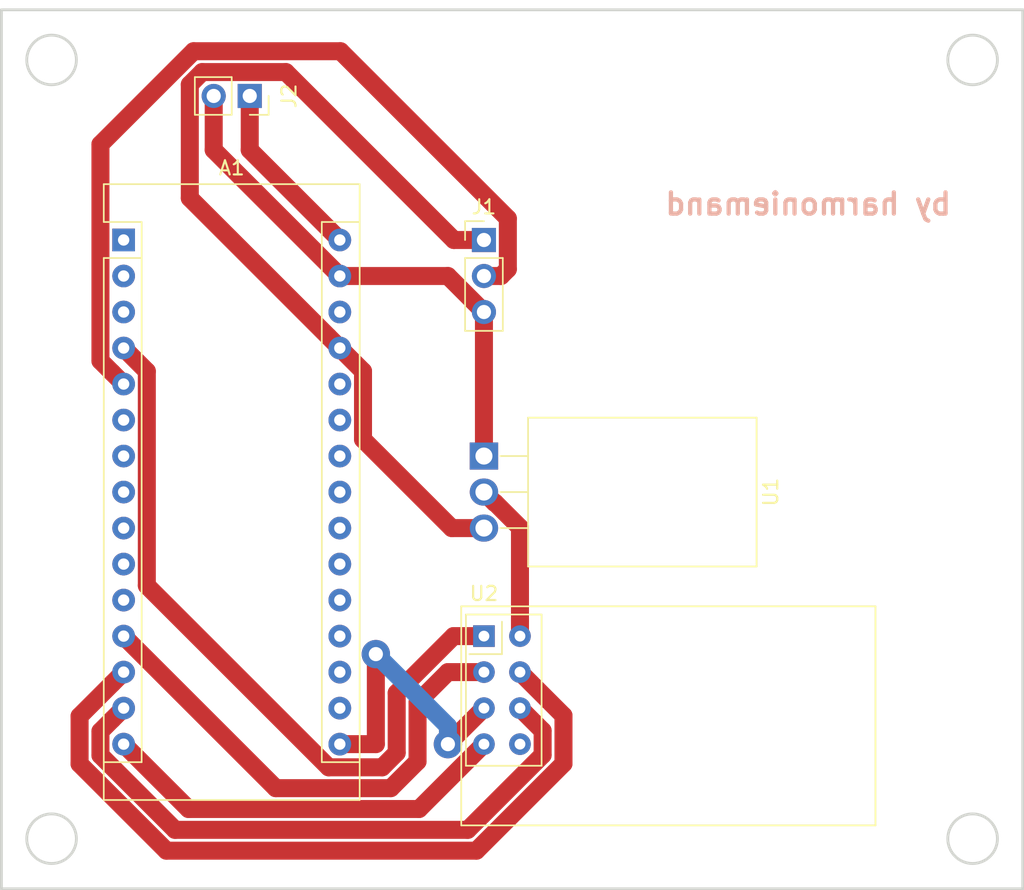
<source format=kicad_pcb>
(kicad_pcb (version 20171130) (host pcbnew "(5.1.5)-3")

  (general
    (thickness 1.6)
    (drawings 342)
    (tracks 73)
    (zones 0)
    (modules 5)
    (nets 32)
  )

  (page A4)
  (layers
    (0 F.Cu signal)
    (31 B.Cu signal)
    (32 B.Adhes user)
    (33 F.Adhes user)
    (34 B.Paste user)
    (35 F.Paste user)
    (36 B.SilkS user)
    (37 F.SilkS user)
    (38 B.Mask user)
    (39 F.Mask user)
    (40 Dwgs.User user)
    (41 Cmts.User user)
    (42 Eco1.User user)
    (43 Eco2.User user)
    (44 Edge.Cuts user)
    (45 Margin user)
    (46 B.CrtYd user)
    (47 F.CrtYd user)
    (48 B.Fab user)
    (49 F.Fab user)
  )

  (setup
    (last_trace_width 1.27)
    (trace_clearance 0.2)
    (zone_clearance 0.508)
    (zone_45_only no)
    (trace_min 0.2)
    (via_size 0.8)
    (via_drill 0.4)
    (via_min_size 0.4)
    (via_min_drill 0.3)
    (uvia_size 0.3)
    (uvia_drill 0.1)
    (uvias_allowed no)
    (uvia_min_size 0.2)
    (uvia_min_drill 0.1)
    (edge_width 0.05)
    (segment_width 0.2)
    (pcb_text_width 0.3)
    (pcb_text_size 1.5 1.5)
    (mod_edge_width 0.12)
    (mod_text_size 1 1)
    (mod_text_width 0.15)
    (pad_size 1.524 1.524)
    (pad_drill 0.762)
    (pad_to_mask_clearance 0.051)
    (solder_mask_min_width 0.25)
    (aux_axis_origin 0 0)
    (visible_elements FFFFFF7F)
    (pcbplotparams
      (layerselection 0x010f0_ffffffff)
      (usegerberextensions false)
      (usegerberattributes false)
      (usegerberadvancedattributes false)
      (creategerberjobfile false)
      (excludeedgelayer true)
      (linewidth 0.100000)
      (plotframeref false)
      (viasonmask false)
      (mode 1)
      (useauxorigin false)
      (hpglpennumber 1)
      (hpglpenspeed 20)
      (hpglpendiameter 15.000000)
      (psnegative false)
      (psa4output false)
      (plotreference true)
      (plotvalue true)
      (plotinvisibletext false)
      (padsonsilk false)
      (subtractmaskfromsilk false)
      (outputformat 1)
      (mirror false)
      (drillshape 0)
      (scaleselection 1)
      (outputdirectory "gerber/"))
  )

  (net 0 "")
  (net 1 /NRF_SCK)
  (net 2 /NRF_MISO)
  (net 3 +9V)
  (net 4 /NRF_MOSI)
  (net 5 /NRF_CSN)
  (net 6 "Net-(A1-Pad28)")
  (net 7 /NRF_ENABLE)
  (net 8 +5V)
  (net 9 "Net-(A1-Pad11)")
  (net 10 "Net-(A1-Pad26)")
  (net 11 "Net-(A1-Pad10)")
  (net 12 "Net-(A1-Pad25)")
  (net 13 "Net-(A1-Pad9)")
  (net 14 "Net-(A1-Pad24)")
  (net 15 "Net-(A1-Pad8)")
  (net 16 "Net-(A1-Pad23)")
  (net 17 "Net-(A1-Pad7)")
  (net 18 "Net-(A1-Pad22)")
  (net 19 "Net-(A1-Pad6)")
  (net 20 "Net-(A1-Pad21)")
  (net 21 DHT_DATA)
  (net 22 "Net-(A1-Pad20)")
  (net 23 "Net-(A1-Pad19)")
  (net 24 "Net-(A1-Pad3)")
  (net 25 "Net-(A1-Pad18)")
  (net 26 "Net-(A1-Pad2)")
  (net 27 "Net-(A1-Pad17)")
  (net 28 "Net-(A1-Pad1)")
  (net 29 GND)
  (net 30 +3V3)
  (net 31 "Net-(U2-Pad8)")

  (net_class Default "Dies ist die voreingestellte Netzklasse."
    (clearance 0.2)
    (trace_width 1.27)
    (via_dia 0.8)
    (via_drill 0.4)
    (uvia_dia 0.3)
    (uvia_drill 0.1)
    (add_net +3V3)
    (add_net +5V)
    (add_net +9V)
    (add_net /NRF_CSN)
    (add_net /NRF_ENABLE)
    (add_net /NRF_MISO)
    (add_net /NRF_MOSI)
    (add_net /NRF_SCK)
    (add_net DHT_DATA)
    (add_net GND)
    (add_net "Net-(A1-Pad1)")
    (add_net "Net-(A1-Pad10)")
    (add_net "Net-(A1-Pad11)")
    (add_net "Net-(A1-Pad17)")
    (add_net "Net-(A1-Pad18)")
    (add_net "Net-(A1-Pad19)")
    (add_net "Net-(A1-Pad2)")
    (add_net "Net-(A1-Pad20)")
    (add_net "Net-(A1-Pad21)")
    (add_net "Net-(A1-Pad22)")
    (add_net "Net-(A1-Pad23)")
    (add_net "Net-(A1-Pad24)")
    (add_net "Net-(A1-Pad25)")
    (add_net "Net-(A1-Pad26)")
    (add_net "Net-(A1-Pad28)")
    (add_net "Net-(A1-Pad3)")
    (add_net "Net-(A1-Pad6)")
    (add_net "Net-(A1-Pad7)")
    (add_net "Net-(A1-Pad8)")
    (add_net "Net-(A1-Pad9)")
    (add_net "Net-(U2-Pad8)")
  )

  (module RF_Module:nRF24L01_Breakout (layer F.Cu) (tedit 5A056C61) (tstamp 5E40CBA2)
    (at 144.78 91.44)
    (descr "nRF24L01 breakout board")
    (tags "nRF24L01 adapter breakout")
    (path /5E3F6FDC)
    (fp_text reference U2 (at 0 -3) (layer F.SilkS)
      (effects (font (size 1 1) (thickness 0.15)))
    )
    (fp_text value NRF24L01_Breakout (at 13 5) (layer F.Fab)
      (effects (font (size 1 1) (thickness 0.15)))
    )
    (fp_text user %R (at 12.5 2.5) (layer F.Fab)
      (effects (font (size 1 1) (thickness 0.15)))
    )
    (fp_line (start 27.75 -2.25) (end 27.75 -2.25) (layer F.CrtYd) (width 0.05))
    (fp_line (start 27.75 13.5) (end 27.75 -2.25) (layer F.CrtYd) (width 0.05))
    (fp_line (start -1.75 13.5) (end 27.75 13.5) (layer F.CrtYd) (width 0.05))
    (fp_line (start -1.75 -2.25) (end -1.75 13.5) (layer F.CrtYd) (width 0.05))
    (fp_line (start 27.75 -2.25) (end -1.75 -2.25) (layer F.CrtYd) (width 0.05))
    (fp_line (start -1.27 -1.524) (end -1.27 -1.524) (layer F.SilkS) (width 0.12))
    (fp_line (start -1.27 9.144) (end -1.27 -1.524) (layer F.SilkS) (width 0.12))
    (fp_line (start -1.6 -2.1) (end -1.6 -2.1) (layer F.SilkS) (width 0.12))
    (fp_line (start -1.6 13.35) (end -1.6 -2.1) (layer F.SilkS) (width 0.12))
    (fp_line (start 27.6 13.35) (end -1.6 13.35) (layer F.SilkS) (width 0.12))
    (fp_line (start 27.6 -2.1) (end 27.6 13.35) (layer F.SilkS) (width 0.12))
    (fp_line (start -1.6 -2.1) (end 27.6 -2.1) (layer F.SilkS) (width 0.12))
    (fp_line (start -1.016 1.27) (end -1.016 1.27) (layer F.SilkS) (width 0.12))
    (fp_line (start 1.27 1.27) (end -1.016 1.27) (layer F.SilkS) (width 0.12))
    (fp_line (start 1.27 -1.016) (end 1.27 1.27) (layer F.SilkS) (width 0.12))
    (fp_line (start -1.27 9.144) (end -1.27 9.144) (layer F.SilkS) (width 0.12))
    (fp_line (start 4.064 9.144) (end -1.27 9.144) (layer F.SilkS) (width 0.12))
    (fp_line (start 4.064 -1.524) (end 4.064 9.144) (layer F.SilkS) (width 0.12))
    (fp_line (start -1.27 -1.524) (end 4.064 -1.524) (layer F.SilkS) (width 0.12))
    (fp_line (start -1.27 -1.27) (end -1.27 -1.27) (layer F.Fab) (width 0.1))
    (fp_line (start -1.27 8.89) (end -1.27 -1.27) (layer F.Fab) (width 0.1))
    (fp_line (start 3.81 8.89) (end -1.27 8.89) (layer F.Fab) (width 0.1))
    (fp_line (start 3.81 -1.27) (end 3.81 8.89) (layer F.Fab) (width 0.1))
    (fp_line (start -1.27 -1.27) (end 3.81 -1.27) (layer F.Fab) (width 0.1))
    (fp_line (start -1.5 -2) (end -1.5 -2) (layer F.Fab) (width 0.1))
    (fp_line (start -1.5 13.25) (end -1.5 -2) (layer F.Fab) (width 0.1))
    (fp_line (start 27.5 13.25) (end -1.5 13.25) (layer F.Fab) (width 0.1))
    (fp_line (start 27.5 -2) (end 27.5 13.25) (layer F.Fab) (width 0.1))
    (fp_line (start -1.5 -2) (end 27.5 -2) (layer F.Fab) (width 0.1))
    (pad 8 thru_hole circle (at 2.54 7.62) (size 1.524 1.524) (drill 0.762) (layers *.Cu *.Mask)
      (net 31 "Net-(U2-Pad8)"))
    (pad 7 thru_hole circle (at 0 7.62) (size 1.524 1.524) (drill 0.762) (layers *.Cu *.Mask)
      (net 2 /NRF_MISO))
    (pad 6 thru_hole circle (at 2.54 5.08) (size 1.524 1.524) (drill 0.762) (layers *.Cu *.Mask)
      (net 4 /NRF_MOSI))
    (pad 5 thru_hole circle (at 0 5.08) (size 1.524 1.524) (drill 0.762) (layers *.Cu *.Mask)
      (net 1 /NRF_SCK))
    (pad 4 thru_hole circle (at 2.54 2.54) (size 1.524 1.524) (drill 0.762) (layers *.Cu *.Mask)
      (net 5 /NRF_CSN))
    (pad 3 thru_hole circle (at 0 2.54) (size 1.524 1.524) (drill 0.762) (layers *.Cu *.Mask)
      (net 7 /NRF_ENABLE))
    (pad 2 thru_hole circle (at 2.54 0) (size 1.524 1.524) (drill 0.762) (layers *.Cu *.Mask)
      (net 30 +3V3))
    (pad 1 thru_hole rect (at 0 0) (size 1.524 1.524) (drill 0.762) (layers *.Cu *.Mask)
      (net 29 GND))
    (model ${KISYS3DMOD}/RF_Module.3dshapes/nRF24L01_Breakout.wrl
      (at (xyz 0 0 0))
      (scale (xyz 1 1 1))
      (rotate (xyz 0 0 0))
    )
  )

  (module Package_TO_SOT_THT:TO-220F-3_Horizontal_TabDown (layer F.Cu) (tedit 5AC8BA0D) (tstamp 5E40CB78)
    (at 144.78 78.74 270)
    (descr "TO-220F-3, Horizontal, RM 2.54mm, see http://www.st.com/resource/en/datasheet/stp20nm60.pdf")
    (tags "TO-220F-3 Horizontal RM 2.54mm")
    (path /5E3F68B8)
    (fp_text reference U1 (at 2.54 -20.22 90) (layer F.SilkS)
      (effects (font (size 1 1) (thickness 0.15)))
    )
    (fp_text value AZ1117-3.3 (at 2.54 2 90) (layer F.Fab)
      (effects (font (size 1 1) (thickness 0.15)))
    )
    (fp_text user %R (at 2.54 -20.22 90) (layer F.Fab)
      (effects (font (size 1 1) (thickness 0.15)))
    )
    (fp_line (start 7.92 -19.35) (end -2.84 -19.35) (layer F.CrtYd) (width 0.05))
    (fp_line (start 7.92 1.25) (end 7.92 -19.35) (layer F.CrtYd) (width 0.05))
    (fp_line (start -2.84 1.25) (end 7.92 1.25) (layer F.CrtYd) (width 0.05))
    (fp_line (start -2.84 -19.35) (end -2.84 1.25) (layer F.CrtYd) (width 0.05))
    (fp_line (start 5.08 -3.11) (end 5.08 -1.15) (layer F.SilkS) (width 0.12))
    (fp_line (start 2.54 -3.11) (end 2.54 -1.15) (layer F.SilkS) (width 0.12))
    (fp_line (start 0 -3.11) (end 0 -1.15) (layer F.SilkS) (width 0.12))
    (fp_line (start 7.79 -19.22) (end 7.79 -3.11) (layer F.SilkS) (width 0.12))
    (fp_line (start -2.71 -19.22) (end -2.71 -3.11) (layer F.SilkS) (width 0.12))
    (fp_line (start -2.71 -19.22) (end 7.79 -19.22) (layer F.SilkS) (width 0.12))
    (fp_line (start -2.71 -3.11) (end 7.79 -3.11) (layer F.SilkS) (width 0.12))
    (fp_line (start 5.08 -3.23) (end 5.08 0) (layer F.Fab) (width 0.1))
    (fp_line (start 2.54 -3.23) (end 2.54 0) (layer F.Fab) (width 0.1))
    (fp_line (start 0 -3.23) (end 0 0) (layer F.Fab) (width 0.1))
    (fp_line (start 7.67 -3.23) (end -2.59 -3.23) (layer F.Fab) (width 0.1))
    (fp_line (start 7.67 -12.42) (end 7.67 -3.23) (layer F.Fab) (width 0.1))
    (fp_line (start -2.59 -12.42) (end 7.67 -12.42) (layer F.Fab) (width 0.1))
    (fp_line (start -2.59 -3.23) (end -2.59 -12.42) (layer F.Fab) (width 0.1))
    (fp_line (start 7.67 -12.42) (end -2.59 -12.42) (layer F.Fab) (width 0.1))
    (fp_line (start 7.67 -19.1) (end 7.67 -12.42) (layer F.Fab) (width 0.1))
    (fp_line (start -2.59 -19.1) (end 7.67 -19.1) (layer F.Fab) (width 0.1))
    (fp_line (start -2.59 -12.42) (end -2.59 -19.1) (layer F.Fab) (width 0.1))
    (fp_circle (center 2.54 -15.8) (end 4.39 -15.8) (layer F.Fab) (width 0.1))
    (pad 3 thru_hole oval (at 5.08 0 270) (size 1.905 2) (drill 1.2) (layers *.Cu *.Mask)
      (net 8 +5V))
    (pad 2 thru_hole oval (at 2.54 0 270) (size 1.905 2) (drill 1.2) (layers *.Cu *.Mask)
      (net 30 +3V3))
    (pad 1 thru_hole rect (at 0 0 270) (size 1.905 2) (drill 1.2) (layers *.Cu *.Mask)
      (net 29 GND))
    (pad "" np_thru_hole oval (at 2.54 -15.8 270) (size 3.5 3.5) (drill 3.5) (layers *.Cu *.Mask))
    (model ${KISYS3DMOD}/Package_TO_SOT_THT.3dshapes/TO-220F-3_Horizontal_TabDown.wrl
      (at (xyz 0 0 0))
      (scale (xyz 1 1 1))
      (rotate (xyz 0 0 0))
    )
  )

  (module Connector_PinSocket_2.54mm:PinSocket_1x02_P2.54mm_Vertical (layer F.Cu) (tedit 5A19A420) (tstamp 5E40CB58)
    (at 128.27 53.34 270)
    (descr "Through hole straight socket strip, 1x02, 2.54mm pitch, single row (from Kicad 4.0.7), script generated")
    (tags "Through hole socket strip THT 1x02 2.54mm single row")
    (path /5E407AB9)
    (fp_text reference J2 (at 0 -2.77 90) (layer F.SilkS)
      (effects (font (size 1 1) (thickness 0.15)))
    )
    (fp_text value Conn_01x02_Male (at 0 5.31 90) (layer F.Fab)
      (effects (font (size 1 1) (thickness 0.15)))
    )
    (fp_text user %R (at 0 1.27) (layer F.Fab)
      (effects (font (size 1 1) (thickness 0.15)))
    )
    (fp_line (start -1.8 4.3) (end -1.8 -1.8) (layer F.CrtYd) (width 0.05))
    (fp_line (start 1.75 4.3) (end -1.8 4.3) (layer F.CrtYd) (width 0.05))
    (fp_line (start 1.75 -1.8) (end 1.75 4.3) (layer F.CrtYd) (width 0.05))
    (fp_line (start -1.8 -1.8) (end 1.75 -1.8) (layer F.CrtYd) (width 0.05))
    (fp_line (start 0 -1.33) (end 1.33 -1.33) (layer F.SilkS) (width 0.12))
    (fp_line (start 1.33 -1.33) (end 1.33 0) (layer F.SilkS) (width 0.12))
    (fp_line (start 1.33 1.27) (end 1.33 3.87) (layer F.SilkS) (width 0.12))
    (fp_line (start -1.33 3.87) (end 1.33 3.87) (layer F.SilkS) (width 0.12))
    (fp_line (start -1.33 1.27) (end -1.33 3.87) (layer F.SilkS) (width 0.12))
    (fp_line (start -1.33 1.27) (end 1.33 1.27) (layer F.SilkS) (width 0.12))
    (fp_line (start -1.27 3.81) (end -1.27 -1.27) (layer F.Fab) (width 0.1))
    (fp_line (start 1.27 3.81) (end -1.27 3.81) (layer F.Fab) (width 0.1))
    (fp_line (start 1.27 -0.635) (end 1.27 3.81) (layer F.Fab) (width 0.1))
    (fp_line (start 0.635 -1.27) (end 1.27 -0.635) (layer F.Fab) (width 0.1))
    (fp_line (start -1.27 -1.27) (end 0.635 -1.27) (layer F.Fab) (width 0.1))
    (pad 2 thru_hole oval (at 0 2.54 270) (size 1.7 1.7) (drill 1) (layers *.Cu *.Mask)
      (net 29 GND))
    (pad 1 thru_hole rect (at 0 0 270) (size 1.7 1.7) (drill 1) (layers *.Cu *.Mask)
      (net 3 +9V))
    (model ${KISYS3DMOD}/Connector_PinSocket_2.54mm.3dshapes/PinSocket_1x02_P2.54mm_Vertical.wrl
      (at (xyz 0 0 0))
      (scale (xyz 1 1 1))
      (rotate (xyz 0 0 0))
    )
  )

  (module Connector_PinHeader_2.54mm:PinHeader_1x03_P2.54mm_Vertical (layer F.Cu) (tedit 59FED5CC) (tstamp 5E40CB42)
    (at 144.78 63.5)
    (descr "Through hole straight pin header, 1x03, 2.54mm pitch, single row")
    (tags "Through hole pin header THT 1x03 2.54mm single row")
    (path /5E3F8423)
    (fp_text reference J1 (at 0 -2.33) (layer F.SilkS)
      (effects (font (size 1 1) (thickness 0.15)))
    )
    (fp_text value Conn_01x03_Female (at 0 7.41) (layer F.Fab)
      (effects (font (size 1 1) (thickness 0.15)))
    )
    (fp_text user %R (at 0 2.54 90) (layer F.Fab)
      (effects (font (size 1 1) (thickness 0.15)))
    )
    (fp_line (start 1.8 -1.8) (end -1.8 -1.8) (layer F.CrtYd) (width 0.05))
    (fp_line (start 1.8 6.85) (end 1.8 -1.8) (layer F.CrtYd) (width 0.05))
    (fp_line (start -1.8 6.85) (end 1.8 6.85) (layer F.CrtYd) (width 0.05))
    (fp_line (start -1.8 -1.8) (end -1.8 6.85) (layer F.CrtYd) (width 0.05))
    (fp_line (start -1.33 -1.33) (end 0 -1.33) (layer F.SilkS) (width 0.12))
    (fp_line (start -1.33 0) (end -1.33 -1.33) (layer F.SilkS) (width 0.12))
    (fp_line (start -1.33 1.27) (end 1.33 1.27) (layer F.SilkS) (width 0.12))
    (fp_line (start 1.33 1.27) (end 1.33 6.41) (layer F.SilkS) (width 0.12))
    (fp_line (start -1.33 1.27) (end -1.33 6.41) (layer F.SilkS) (width 0.12))
    (fp_line (start -1.33 6.41) (end 1.33 6.41) (layer F.SilkS) (width 0.12))
    (fp_line (start -1.27 -0.635) (end -0.635 -1.27) (layer F.Fab) (width 0.1))
    (fp_line (start -1.27 6.35) (end -1.27 -0.635) (layer F.Fab) (width 0.1))
    (fp_line (start 1.27 6.35) (end -1.27 6.35) (layer F.Fab) (width 0.1))
    (fp_line (start 1.27 -1.27) (end 1.27 6.35) (layer F.Fab) (width 0.1))
    (fp_line (start -0.635 -1.27) (end 1.27 -1.27) (layer F.Fab) (width 0.1))
    (pad 3 thru_hole oval (at 0 5.08) (size 1.7 1.7) (drill 1) (layers *.Cu *.Mask)
      (net 29 GND))
    (pad 2 thru_hole oval (at 0 2.54) (size 1.7 1.7) (drill 1) (layers *.Cu *.Mask)
      (net 21 DHT_DATA))
    (pad 1 thru_hole rect (at 0 0) (size 1.7 1.7) (drill 1) (layers *.Cu *.Mask)
      (net 8 +5V))
    (model ${KISYS3DMOD}/Connector_PinHeader_2.54mm.3dshapes/PinHeader_1x03_P2.54mm_Vertical.wrl
      (at (xyz 0 0 0))
      (scale (xyz 1 1 1))
      (rotate (xyz 0 0 0))
    )
  )

  (module Module:Arduino_Nano (layer F.Cu) (tedit 58ACAF70) (tstamp 5E40CB2B)
    (at 119.38 63.5)
    (descr "Arduino Nano, http://www.mouser.com/pdfdocs/Gravitech_Arduino_Nano3_0.pdf")
    (tags "Arduino Nano")
    (path /5E3F5EAB)
    (fp_text reference A1 (at 7.62 -5.08) (layer F.SilkS)
      (effects (font (size 1 1) (thickness 0.15)))
    )
    (fp_text value Arduino_Nano_v3.x (at 8.89 19.05 90) (layer F.Fab)
      (effects (font (size 1 1) (thickness 0.15)))
    )
    (fp_line (start 16.75 42.16) (end -1.53 42.16) (layer F.CrtYd) (width 0.05))
    (fp_line (start 16.75 42.16) (end 16.75 -4.06) (layer F.CrtYd) (width 0.05))
    (fp_line (start -1.53 -4.06) (end -1.53 42.16) (layer F.CrtYd) (width 0.05))
    (fp_line (start -1.53 -4.06) (end 16.75 -4.06) (layer F.CrtYd) (width 0.05))
    (fp_line (start 16.51 -3.81) (end 16.51 39.37) (layer F.Fab) (width 0.1))
    (fp_line (start 0 -3.81) (end 16.51 -3.81) (layer F.Fab) (width 0.1))
    (fp_line (start -1.27 -2.54) (end 0 -3.81) (layer F.Fab) (width 0.1))
    (fp_line (start -1.27 39.37) (end -1.27 -2.54) (layer F.Fab) (width 0.1))
    (fp_line (start 16.51 39.37) (end -1.27 39.37) (layer F.Fab) (width 0.1))
    (fp_line (start 16.64 -3.94) (end -1.4 -3.94) (layer F.SilkS) (width 0.12))
    (fp_line (start 16.64 39.5) (end 16.64 -3.94) (layer F.SilkS) (width 0.12))
    (fp_line (start -1.4 39.5) (end 16.64 39.5) (layer F.SilkS) (width 0.12))
    (fp_line (start 3.81 41.91) (end 3.81 31.75) (layer F.Fab) (width 0.1))
    (fp_line (start 11.43 41.91) (end 3.81 41.91) (layer F.Fab) (width 0.1))
    (fp_line (start 11.43 31.75) (end 11.43 41.91) (layer F.Fab) (width 0.1))
    (fp_line (start 3.81 31.75) (end 11.43 31.75) (layer F.Fab) (width 0.1))
    (fp_line (start 1.27 36.83) (end -1.4 36.83) (layer F.SilkS) (width 0.12))
    (fp_line (start 1.27 1.27) (end 1.27 36.83) (layer F.SilkS) (width 0.12))
    (fp_line (start 1.27 1.27) (end -1.4 1.27) (layer F.SilkS) (width 0.12))
    (fp_line (start 13.97 36.83) (end 16.64 36.83) (layer F.SilkS) (width 0.12))
    (fp_line (start 13.97 -1.27) (end 13.97 36.83) (layer F.SilkS) (width 0.12))
    (fp_line (start 13.97 -1.27) (end 16.64 -1.27) (layer F.SilkS) (width 0.12))
    (fp_line (start -1.4 -3.94) (end -1.4 -1.27) (layer F.SilkS) (width 0.12))
    (fp_line (start -1.4 1.27) (end -1.4 39.5) (layer F.SilkS) (width 0.12))
    (fp_line (start 1.27 -1.27) (end -1.4 -1.27) (layer F.SilkS) (width 0.12))
    (fp_line (start 1.27 1.27) (end 1.27 -1.27) (layer F.SilkS) (width 0.12))
    (fp_text user %R (at 6.35 19.05 90) (layer F.Fab)
      (effects (font (size 1 1) (thickness 0.15)))
    )
    (pad 16 thru_hole oval (at 15.24 35.56) (size 1.6 1.6) (drill 0.8) (layers *.Cu *.Mask)
      (net 1 /NRF_SCK))
    (pad 15 thru_hole oval (at 0 35.56) (size 1.6 1.6) (drill 0.8) (layers *.Cu *.Mask)
      (net 2 /NRF_MISO))
    (pad 30 thru_hole oval (at 15.24 0) (size 1.6 1.6) (drill 0.8) (layers *.Cu *.Mask)
      (net 3 +9V))
    (pad 14 thru_hole oval (at 0 33.02) (size 1.6 1.6) (drill 0.8) (layers *.Cu *.Mask)
      (net 4 /NRF_MOSI))
    (pad 29 thru_hole oval (at 15.24 2.54) (size 1.6 1.6) (drill 0.8) (layers *.Cu *.Mask)
      (net 29 GND))
    (pad 13 thru_hole oval (at 0 30.48) (size 1.6 1.6) (drill 0.8) (layers *.Cu *.Mask)
      (net 5 /NRF_CSN))
    (pad 28 thru_hole oval (at 15.24 5.08) (size 1.6 1.6) (drill 0.8) (layers *.Cu *.Mask)
      (net 6 "Net-(A1-Pad28)"))
    (pad 12 thru_hole oval (at 0 27.94) (size 1.6 1.6) (drill 0.8) (layers *.Cu *.Mask)
      (net 7 /NRF_ENABLE))
    (pad 27 thru_hole oval (at 15.24 7.62) (size 1.6 1.6) (drill 0.8) (layers *.Cu *.Mask)
      (net 8 +5V))
    (pad 11 thru_hole oval (at 0 25.4) (size 1.6 1.6) (drill 0.8) (layers *.Cu *.Mask)
      (net 9 "Net-(A1-Pad11)"))
    (pad 26 thru_hole oval (at 15.24 10.16) (size 1.6 1.6) (drill 0.8) (layers *.Cu *.Mask)
      (net 10 "Net-(A1-Pad26)"))
    (pad 10 thru_hole oval (at 0 22.86) (size 1.6 1.6) (drill 0.8) (layers *.Cu *.Mask)
      (net 11 "Net-(A1-Pad10)"))
    (pad 25 thru_hole oval (at 15.24 12.7) (size 1.6 1.6) (drill 0.8) (layers *.Cu *.Mask)
      (net 12 "Net-(A1-Pad25)"))
    (pad 9 thru_hole oval (at 0 20.32) (size 1.6 1.6) (drill 0.8) (layers *.Cu *.Mask)
      (net 13 "Net-(A1-Pad9)"))
    (pad 24 thru_hole oval (at 15.24 15.24) (size 1.6 1.6) (drill 0.8) (layers *.Cu *.Mask)
      (net 14 "Net-(A1-Pad24)"))
    (pad 8 thru_hole oval (at 0 17.78) (size 1.6 1.6) (drill 0.8) (layers *.Cu *.Mask)
      (net 15 "Net-(A1-Pad8)"))
    (pad 23 thru_hole oval (at 15.24 17.78) (size 1.6 1.6) (drill 0.8) (layers *.Cu *.Mask)
      (net 16 "Net-(A1-Pad23)"))
    (pad 7 thru_hole oval (at 0 15.24) (size 1.6 1.6) (drill 0.8) (layers *.Cu *.Mask)
      (net 17 "Net-(A1-Pad7)"))
    (pad 22 thru_hole oval (at 15.24 20.32) (size 1.6 1.6) (drill 0.8) (layers *.Cu *.Mask)
      (net 18 "Net-(A1-Pad22)"))
    (pad 6 thru_hole oval (at 0 12.7) (size 1.6 1.6) (drill 0.8) (layers *.Cu *.Mask)
      (net 19 "Net-(A1-Pad6)"))
    (pad 21 thru_hole oval (at 15.24 22.86) (size 1.6 1.6) (drill 0.8) (layers *.Cu *.Mask)
      (net 20 "Net-(A1-Pad21)"))
    (pad 5 thru_hole oval (at 0 10.16) (size 1.6 1.6) (drill 0.8) (layers *.Cu *.Mask)
      (net 21 DHT_DATA))
    (pad 20 thru_hole oval (at 15.24 25.4) (size 1.6 1.6) (drill 0.8) (layers *.Cu *.Mask)
      (net 22 "Net-(A1-Pad20)"))
    (pad 4 thru_hole oval (at 0 7.62) (size 1.6 1.6) (drill 0.8) (layers *.Cu *.Mask)
      (net 29 GND))
    (pad 19 thru_hole oval (at 15.24 27.94) (size 1.6 1.6) (drill 0.8) (layers *.Cu *.Mask)
      (net 23 "Net-(A1-Pad19)"))
    (pad 3 thru_hole oval (at 0 5.08) (size 1.6 1.6) (drill 0.8) (layers *.Cu *.Mask)
      (net 24 "Net-(A1-Pad3)"))
    (pad 18 thru_hole oval (at 15.24 30.48) (size 1.6 1.6) (drill 0.8) (layers *.Cu *.Mask)
      (net 25 "Net-(A1-Pad18)"))
    (pad 2 thru_hole oval (at 0 2.54) (size 1.6 1.6) (drill 0.8) (layers *.Cu *.Mask)
      (net 26 "Net-(A1-Pad2)"))
    (pad 17 thru_hole oval (at 15.24 33.02) (size 1.6 1.6) (drill 0.8) (layers *.Cu *.Mask)
      (net 27 "Net-(A1-Pad17)"))
    (pad 1 thru_hole rect (at 0 0) (size 1.6 1.6) (drill 0.8) (layers *.Cu *.Mask)
      (net 28 "Net-(A1-Pad1)"))
    (model ${KISYS3DMOD}/Module.3dshapes/Arduino_Nano_WithMountingHoles.wrl
      (at (xyz 0 0 0))
      (scale (xyz 1 1 1))
      (rotate (xyz 0 0 0))
    )
  )

  (gr_text "by harmoniemand" (at 167.64 60.96) (layer B.SilkS)
    (effects (font (size 1.5 1.5) (thickness 0.3)) (justify mirror))
  )
  (gr_curve (pts (xy 171.317116 57.408219) (xy 171.317116 57.226896) (xy 171.312343 57.232242) (xy 171.440415 57.270242)) (layer B.SilkS) (width 0.0005))
  (gr_curve (pts (xy 171.415083 58.811055) (xy 171.371303 58.820542) (xy 171.331351 58.828708) (xy 171.3263 58.829274)) (layer B.SilkS) (width 0.0005))
  (gr_curve (pts (xy 174.763916 57.91832) (xy 174.985657 57.976077) (xy 175.101107 58.122083) (xy 175.101107 58.344762)) (layer B.SilkS) (width 0.0005))
  (gr_curve (pts (xy 174.384722 58.802728) (xy 174.384722 58.802728) (xy 174.335738 58.78489) (xy 174.335738 58.78489)) (layer B.SilkS) (width 0.0005))
  (gr_curve (pts (xy 174.745976 58.813691) (xy 174.661863 58.833564) (xy 174.451852 58.827192) (xy 174.384722 58.802728)) (layer B.SilkS) (width 0.0005))
  (gr_line (start 166.369763 57.262762) (end 166.369763 58.322034) (layer B.SilkS) (width 0.0005))
  (gr_line (start 166.369763 59.381306) (end 166.179951 59.381306) (layer B.SilkS) (width 0.0005))
  (gr_line (start 165.99014 59.381306) (end 165.99014 58.322034) (layer B.SilkS) (width 0.0005))
  (gr_curve (pts (xy 170.724845 58.480577) (xy 170.724845 58.480577) (xy 170.845293 58.368436) (xy 170.845293 58.368436)) (layer B.SilkS) (width 0.0005))
  (gr_curve (pts (xy 171.3263 58.829274) (xy 171.321249 58.82981) (xy 171.317116 58.753638) (xy 171.317116 58.660003)) (layer B.SilkS) (width 0.0005))
  (gr_curve (pts (xy 171.352648 58.477359) (xy 171.414337 58.455854) (xy 171.485482 58.380657) (xy 171.512527 58.308372)) (layer B.SilkS) (width 0.0005))
  (gr_curve (pts (xy 171.440415 57.270242) (xy 171.769073 57.367752) (xy 171.934871 57.662998) (xy 171.913538 58.112752)) (layer B.SilkS) (width 0.0005))
  (gr_curve (pts (xy 170.680988 58.655442) (xy 170.680988 58.655442) (xy 170.604396 58.592719) (xy 170.604396 58.592719)) (layer B.SilkS) (width 0.0005))
  (gr_curve (pts (xy 171.182411 58.67242) (xy 171.182411 58.67242) (xy 171.18241 58.830219) (xy 171.18241 58.830219)) (layer B.SilkS) (width 0.0005))
  (gr_curve (pts (xy 171.182411 58.514615) (xy 171.182411 58.514615) (xy 171.182411 58.67242) (xy 171.182411 58.67242)) (layer B.SilkS) (width 0.0005))
  (gr_curve (pts (xy 171.415084 58.811044) (xy 171.415084 58.811044) (xy 171.415083 58.811055) (xy 171.415083 58.811055)) (layer B.SilkS) (width 0.0005))
  (gr_curve (pts (xy 171.508749 57.734136) (xy 171.477642 57.667335) (xy 171.417707 57.6076) (xy 171.356251 57.582144)) (layer B.SilkS) (width 0.0005))
  (gr_curve (pts (xy 174.329614 58.15672) (xy 174.329614 58.15672) (xy 174.329614 58.028137) (xy 174.329614 58.028137)) (layer B.SilkS) (width 0.0005))
  (gr_line (start 165.99014 58.322034) (end 165.99014 57.262762) (layer B.SilkS) (width 0.0005))
  (gr_curve (pts (xy 174.3323 58.636249) (xy 174.3323 58.636249) (xy 174.328863 58.487607) (xy 174.328863 58.487607)) (layer B.SilkS) (width 0.0005))
  (gr_curve (pts (xy 174.745975 58.813766) (xy 174.745975 58.813766) (xy 174.745976 58.813691) (xy 174.745976 58.813691)) (layer B.SilkS) (width 0.0005))
  (gr_curve (pts (xy 174.362914 58.50097) (xy 174.4235 58.52473) (xy 174.573851 58.518986) (xy 174.637954 58.490445)) (layer B.SilkS) (width 0.0005))
  (gr_curve (pts (xy 171.126283 58.506189) (xy 171.126283 58.506189) (xy 171.182411 58.514615) (xy 171.182411 58.514615)) (layer B.SilkS) (width 0.0005))
  (gr_curve (pts (xy 170.845293 58.368436) (xy 170.845293 58.368436) (xy 170.907454 58.415369) (xy 170.907454 58.415369)) (layer B.SilkS) (width 0.0005))
  (gr_curve (pts (xy 174.954539 58.712098) (xy 174.89565 58.765299) (xy 174.843487 58.790726) (xy 174.745975 58.813766)) (layer B.SilkS) (width 0.0005))
  (gr_line (start 165.99014 57.262762) (end 166.179951 57.262762) (layer B.SilkS) (width 0.0005))
  (gr_curve (pts (xy 171.913538 58.112752) (xy 171.905522 58.281751) (xy 171.885262 58.369889) (xy 171.825122 58.497406)) (layer B.SilkS) (width 0.0005))
  (gr_line (start 166.179951 57.262762) (end 166.369763 57.262762) (layer B.SilkS) (width 0.0005))
  (gr_curve (pts (xy 174.455134 58.15691) (xy 174.455134 58.15691) (xy 174.329614 58.15672) (xy 174.329614 58.15672)) (layer B.SilkS) (width 0.0005))
  (gr_curve (pts (xy 170.907454 58.415369) (xy 170.975231 58.46654) (xy 171.039355 58.493167) (xy 171.126283 58.506189)) (layer B.SilkS) (width 0.0005))
  (gr_curve (pts (xy 170.816008 58.74997) (xy 170.783873 58.732479) (xy 170.723114 58.68994) (xy 170.680988 58.655442)) (layer B.SilkS) (width 0.0005))
  (gr_curve (pts (xy 171.123139 58.830219) (xy 171.044459 58.830219) (xy 170.888657 58.789509) (xy 170.816008 58.74997)) (layer B.SilkS) (width 0.0005))
  (gr_curve (pts (xy 171.356251 57.582144) (xy 171.356251 57.582144) (xy 171.317116 57.565932) (xy 171.317116 57.565932)) (layer B.SilkS) (width 0.0005))
  (gr_curve (pts (xy 174.329614 57.899553) (xy 174.329614 57.899553) (xy 174.510729 57.899553) (xy 174.510729 57.899553)) (layer B.SilkS) (width 0.0005))
  (gr_curve (pts (xy 171.18241 58.830219) (xy 171.18241 58.830219) (xy 171.123139 58.830219) (xy 171.123139 58.830219)) (layer B.SilkS) (width 0.0005))
  (gr_curve (pts (xy 174.637954 58.490445) (xy 174.712395 58.457301) (xy 174.738447 58.409636) (xy 174.731026 58.320148)) (layer B.SilkS) (width 0.0005))
  (gr_curve (pts (xy 171.317116 57.565932) (xy 171.317116 57.565932) (xy 171.317116 57.408219) (xy 171.317116 57.408219)) (layer B.SilkS) (width 0.0005))
  (gr_curve (pts (xy 171.537423 58.018483) (xy 171.537312 57.810711) (xy 171.53535 57.791259) (xy 171.508749 57.734136)) (layer B.SilkS) (width 0.0005))
  (gr_curve (pts (xy 171.317116 58.660003) (xy 171.317116 58.660003) (xy 171.317116 58.489759) (xy 171.317116 58.489759)) (layer B.SilkS) (width 0.0005))
  (gr_curve (pts (xy 175.101107 58.344762) (xy 175.101107 58.510422) (xy 175.057895 58.618722) (xy 174.954539 58.712098)) (layer B.SilkS) (width 0.0005))
  (gr_curve (pts (xy 174.510729 57.899553) (xy 174.633942 57.899553) (xy 174.714886 57.905545) (xy 174.763916 57.91832)) (layer B.SilkS) (width 0.0005))
  (gr_curve (pts (xy 174.328863 58.487607) (xy 174.328863 58.487607) (xy 174.362914 58.50097) (xy 174.362914 58.50097)) (layer B.SilkS) (width 0.0005))
  (gr_line (start 166.179951 59.381306) (end 165.99014 59.381306) (layer B.SilkS) (width 0.0005))
  (gr_curve (pts (xy 174.335738 58.78489) (xy 174.335738 58.78489) (xy 174.3323 58.636249) (xy 174.3323 58.636249)) (layer B.SilkS) (width 0.0005))
  (gr_curve (pts (xy 174.329614 58.028137) (xy 174.329614 58.028137) (xy 174.329614 57.899553) (xy 174.329614 57.899553)) (layer B.SilkS) (width 0.0005))
  (gr_curve (pts (xy 171.512527 58.308372) (xy 171.534373 58.249974) (xy 171.537515 58.213272) (xy 171.537423 58.018483)) (layer B.SilkS) (width 0.0005))
  (gr_curve (pts (xy 167.803992 58.811096) (xy 167.752676 58.820398) (xy 167.684515 58.828524) (xy 167.652523 58.829089)) (layer B.SilkS) (width 0.0005))
  (gr_curve (pts (xy 170.604396 58.592719) (xy 170.604396 58.592719) (xy 170.724845 58.480577) (xy 170.724845 58.480577)) (layer B.SilkS) (width 0.0005))
  (gr_curve (pts (xy 174.731026 58.320148) (xy 174.721072 58.200106) (xy 174.648766 58.157291) (xy 174.455134 58.15691)) (layer B.SilkS) (width 0.0005))
  (gr_line (start 166.369763 58.322034) (end 166.369763 59.381306) (layer B.SilkS) (width 0.0005))
  (gr_curve (pts (xy 171.317116 58.489759) (xy 171.317116 58.489759) (xy 171.352648 58.477359) (xy 171.352648 58.477359)) (layer B.SilkS) (width 0.0005))
  (gr_curve (pts (xy 171.825122 58.497406) (xy 171.750048 58.656583) (xy 171.600647 58.770859) (xy 171.415084 58.811044)) (layer B.SilkS) (width 0.0005))
  (gr_curve (pts (xy 162.417391 57.593522) (xy 162.38163 57.593643) (xy 162.270993 57.651389) (xy 162.243847 57.684095)) (layer B.SilkS) (width 0.0005))
  (gr_curve (pts (xy 169.688409 57.460873) (xy 169.688409 57.460873) (xy 169.688409 57.619566) (xy 169.688409 57.619566)) (layer B.SilkS) (width 0.0005))
  (gr_curve (pts (xy 169.351646 57.676199) (xy 169.351646 57.676199) (xy 169.213879 57.54013) (xy 169.213879 57.54013)) (layer B.SilkS) (width 0.0005))
  (gr_curve (pts (xy 169.076113 57.389644) (xy 169.076113 57.36838) (xy 169.147966 57.31139) (xy 169.208922 57.284302)) (layer B.SilkS) (width 0.0005))
  (gr_curve (pts (xy 167.471896 56.848914) (xy 167.471896 56.848914) (xy 167.471896 57.026553) (xy 167.471896 57.026553)) (layer B.SilkS) (width 0.0005))
  (gr_curve (pts (xy 166.922018 57.037424) (xy 166.922018 57.037424) (xy 166.795062 56.910034) (xy 166.795062 56.910034)) (layer B.SilkS) (width 0.0005))
  (gr_curve (pts (xy 169.545543 57.599532) (xy 169.466714 57.599532) (xy 169.452384 57.60343) (xy 169.404715 57.637831)) (layer B.SilkS) (width 0.0005))
  (gr_curve (pts (xy 169.688409 57.619566) (xy 169.688409 57.619566) (xy 169.660855 57.609549) (xy 169.660855 57.609549)) (layer B.SilkS) (width 0.0005))
  (gr_curve (pts (xy 169.660855 57.609549) (xy 169.645701 57.60403) (xy 169.59381 57.599532) (xy 169.545543 57.599532)) (layer B.SilkS) (width 0.0005))
  (gr_curve (pts (xy 167.117173 57.127425) (xy 167.117173 57.127425) (xy 167.117173 57.127437) (xy 167.117173 57.127437)) (layer B.SilkS) (width 0.0005))
  (gr_curve (pts (xy 162.451066 57.59343) (xy 162.451066 57.59343) (xy 162.417391 57.593522) (xy 162.417391 57.593522)) (layer B.SilkS) (width 0.0005))
  (gr_curve (pts (xy 167.388435 57.033542) (xy 167.28377 57.042314) (xy 167.173431 57.080504) (xy 167.117173 57.127425)) (layer B.SilkS) (width 0.0005))
  (gr_curve (pts (xy 162.451066 57.416443) (xy 162.451066 57.416443) (xy 162.451066 57.59343) (xy 162.451066 57.59343)) (layer B.SilkS) (width 0.0005))
  (gr_curve (pts (xy 167.471896 57.026553) (xy 167.471896 57.026553) (xy 167.388435 57.033542) (xy 167.388435 57.033542)) (layer B.SilkS) (width 0.0005))
  (gr_curve (pts (xy 169.208922 57.284302) (xy 169.325223 57.232571) (xy 169.512647 57.231856) (xy 169.639473 57.2826)) (layer B.SilkS) (width 0.0005))
  (gr_curve (pts (xy 167.471896 56.671276) (xy 167.471896 56.671276) (xy 167.471896 56.848914) (xy 167.471896 56.848914)) (layer B.SilkS) (width 0.0005))
  (gr_curve (pts (xy 167.358621 56.678946) (xy 167.358621 56.678946) (xy 167.471896 56.671276) (xy 167.471896 56.671276)) (layer B.SilkS) (width 0.0005))
  (gr_curve (pts (xy 166.795062 56.910034) (xy 166.795062 56.910034) (xy 166.873253 56.852427) (xy 166.873253 56.852427)) (layer B.SilkS) (width 0.0005))
  (gr_curve (pts (xy 167.061438 57.164167) (xy 167.054583 57.164519) (xy 166.991844 57.107488) (xy 166.922018 57.037424)) (layer B.SilkS) (width 0.0005))
  (gr_curve (pts (xy 169.639473 57.2826) (xy 169.639473 57.2826) (xy 169.688409 57.30218) (xy 169.688409 57.30218)) (layer B.SilkS) (width 0.0005))
  (gr_curve (pts (xy 162.243847 57.684095) (xy 162.243847 57.684095) (xy 162.243847 57.684112) (xy 162.243847 57.684112)) (layer B.SilkS) (width 0.0005))
  (gr_curve (pts (xy 169.688409 57.30218) (xy 169.688409 57.30218) (xy 169.688409 57.460873) (xy 169.688409 57.460873)) (layer B.SilkS) (width 0.0005))
  (gr_curve (pts (xy 169.213879 57.54013) (xy 169.138107 57.465291) (xy 169.076113 57.397562) (xy 169.076113 57.389644)) (layer B.SilkS) (width 0.0005))
  (gr_curve (pts (xy 166.873253 56.852427) (xy 167.023043 56.742073) (xy 167.16254 56.692211) (xy 167.358621 56.678946)) (layer B.SilkS) (width 0.0005))
  (gr_curve (pts (xy 167.117173 57.127437) (xy 167.093374 57.147275) (xy 167.068293 57.163787) (xy 167.061438 57.164167)) (layer B.SilkS) (width 0.0005))
  (gr_curve (pts (xy 169.404715 57.637831) (xy 169.404715 57.637831) (xy 169.351646 57.676199) (xy 169.351646 57.676199)) (layer B.SilkS) (width 0.0005))
  (gr_curve (pts (xy 176.603701 57.449241) (xy 176.603701 57.449241) (xy 176.985794 56.693301) (xy 176.985794 56.693301)) (layer B.SilkS) (width 0.0005))
  (gr_curve (pts (xy 176.148875 58.06925) (xy 176.146715 58.066845) (xy 176.089882 57.962928) (xy 176.022581 57.838324)) (layer B.SilkS) (width 0.0005))
  (gr_curve (pts (xy 171.148268 57.250512) (xy 171.148268 57.250512) (xy 171.182433 57.250512) (xy 171.182433 57.250512)) (layer B.SilkS) (width 0.0005))
  (gr_curve (pts (xy 170.949739 57.899553) (xy 170.949739 57.899553) (xy 171.182411 57.899553) (xy 171.182411 57.899553)) (layer B.SilkS) (width 0.0005))
  (gr_curve (pts (xy 176.426194 58.325448) (xy 176.426194 58.325448) (xy 176.282838 58.322011) (xy 176.282838 58.322011)) (layer B.SilkS) (width 0.0005))
  (gr_curve (pts (xy 163.980523 57.626977) (xy 163.908463 57.687647) (xy 163.908332 57.68846) (xy 163.908332 58.278781)) (layer B.SilkS) (width 0.0005))
  (gr_curve (pts (xy 176.586871 58.30099) (xy 176.586871 58.30099) (xy 176.586871 58.300955) (xy 176.586871 58.300955)) (layer B.SilkS) (width 0.0005))
  (gr_curve (pts (xy 161.263214 58.028137) (xy 161.263214 58.028137) (xy 161.263215 58.156708) (xy 161.263215 58.156708)) (layer B.SilkS) (width 0.0005))
  (gr_curve (pts (xy 161.03628 57.899553) (xy 161.03628 57.899553) (xy 161.263214 57.899553) (xy 161.263214 57.899553)) (layer B.SilkS) (width 0.0005))
  (gr_curve (pts (xy 161.042788 57.250512) (xy 161.042788 57.250512) (xy 161.042788 57.408179) (xy 161.042788 57.408179)) (layer B.SilkS) (width 0.0005))
  (gr_curve (pts (xy 160.756088 57.321327) (xy 160.825845 57.283881) (xy 160.941962 57.250512) (xy 161.0025 57.250512)) (layer B.SilkS) (width 0.0005))
  (gr_curve (pts (xy 171.415084 57.899553) (xy 171.415084 57.899553) (xy 171.415084 58.028137) (xy 171.415084 58.028137)) (layer B.SilkS) (width 0.0005))
  (gr_curve (pts (xy 161.009111 57.573026) (xy 160.918554 57.592328) (xy 160.833301 57.687065) (xy 160.809078 57.795313)) (layer B.SilkS) (width 0.0005))
  (gr_curve (pts (xy 170.992598 58.156714) (xy 170.992598 58.156714) (xy 170.570122 58.156714) (xy 170.570122 58.156714)) (layer B.SilkS) (width 0.0005))
  (gr_curve (pts (xy 176.221609 58.205181) (xy 176.221609 58.205181) (xy 176.603701 57.449241) (xy 176.603701 57.449241)) (layer B.SilkS) (width 0.0005))
  (gr_curve (pts (xy 171.415084 58.028137) (xy 171.415084 58.028137) (xy 171.415082 58.156714) (xy 171.415082 58.156714)) (layer B.SilkS) (width 0.0005))
  (gr_curve (pts (xy 160.421882 57.982202) (xy 160.429602 57.790042) (xy 160.448069 57.704049) (xy 160.507997 57.581146)) (layer B.SilkS) (width 0.0005))
  (gr_curve (pts (xy 160.809078 57.795313) (xy 160.784938 57.903181) (xy 160.777038 57.899553) (xy 161.03628 57.899553)) (layer B.SilkS) (width 0.0005))
  (gr_curve (pts (xy 176.252223 58.263596) (xy 176.252223 58.263596) (xy 176.221609 58.205181) (xy 176.221609 58.205181)) (layer B.SilkS) (width 0.0005))
  (gr_curve (pts (xy 161.0025 57.250512) (xy 161.0025 57.250512) (xy 161.042788 57.250512) (xy 161.042788 57.250512)) (layer B.SilkS) (width 0.0005))
  (gr_curve (pts (xy 171.182411 57.899553) (xy 171.182411 57.899553) (xy 171.415084 57.899553) (xy 171.415084 57.899553)) (layer B.SilkS) (width 0.0005))
  (gr_curve (pts (xy 171.128062 57.585108) (xy 171.098207 57.59738) (xy 171.058862 57.622185) (xy 171.040628 57.640213)) (layer B.SilkS) (width 0.0005))
  (gr_curve (pts (xy 177.391094 56.691259) (xy 177.391094 56.693814) (xy 177.297706 56.895582) (xy 177.183564 57.139634)) (layer B.SilkS) (width 0.0005))
  (gr_curve (pts (xy 171.182341 57.562789) (xy 171.182341 57.562789) (xy 171.128062 57.585108) (xy 171.128062 57.585108)) (layer B.SilkS) (width 0.0005))
  (gr_curve (pts (xy 171.182433 57.250512) (xy 171.182433 57.250512) (xy 171.182387 57.406651) (xy 171.182387 57.406651)) (layer B.SilkS) (width 0.0005))
  (gr_curve (pts (xy 176.586871 58.300955) (xy 176.570218 58.327813) (xy 176.564018 58.328776) (xy 176.426194 58.325448)) (layer B.SilkS) (width 0.0005))
  (gr_curve (pts (xy 163.908332 58.278781) (xy 163.908332 58.278781) (xy 163.9083 58.278781) (xy 163.9083 58.278781)) (layer B.SilkS) (width 0.0005))
  (gr_curve (pts (xy 164.196993 57.568977) (xy 164.089545 57.569064) (xy 164.030573 57.58486) (xy 163.980523 57.626977)) (layer B.SilkS) (width 0.0005))
  (gr_curve (pts (xy 176.985794 56.693301) (xy 176.985794 56.693301) (xy 177.188444 56.689939) (xy 177.188444 56.689939)) (layer B.SilkS) (width 0.0005))
  (gr_curve (pts (xy 175.468485 56.687211) (xy 175.468485 56.687211) (xy 175.669666 56.687211) (xy 175.669666 56.687211)) (layer B.SilkS) (width 0.0005))
  (gr_curve (pts (xy 160.507997 57.581146) (xy 160.553889 57.487038) (xy 160.665876 57.369753) (xy 160.756088 57.321327)) (layer B.SilkS) (width 0.0005))
  (gr_curve (pts (xy 170.570122 58.156714) (xy 170.570122 58.156714) (xy 170.570349 58.0067) (xy 170.570349 58.0067)) (layer B.SilkS) (width 0.0005))
  (gr_curve (pts (xy 170.757514 57.438952) (xy 170.855456 57.333161) (xy 171.026844 57.250512) (xy 171.148268 57.250512)) (layer B.SilkS) (width 0.0005))
  (gr_curve (pts (xy 176.257174 57.865158) (xy 176.19977 57.979814) (xy 176.151036 58.071649) (xy 176.148875 58.06925)) (layer B.SilkS) (width 0.0005))
  (gr_curve (pts (xy 160.41487 58.156708) (xy 160.41487 58.156708) (xy 160.421882 57.982202) (xy 160.421882 57.982202)) (layer B.SilkS) (width 0.0005))
  (gr_curve (pts (xy 177.188444 56.689939) (xy 177.299902 56.688122) (xy 177.391094 56.68871) (xy 177.391094 56.691259)) (layer B.SilkS) (width 0.0005))
  (gr_curve (pts (xy 161.042788 57.565846) (xy 161.042788 57.565846) (xy 161.009111 57.573026) (xy 161.009111 57.573026)) (layer B.SilkS) (width 0.0005))
  (gr_curve (pts (xy 171.415082 58.156714) (xy 171.415082 58.156714) (xy 170.992598 58.156714) (xy 170.992598 58.156714)) (layer B.SilkS) (width 0.0005))
  (gr_curve (pts (xy 177.183564 57.139634) (xy 177.017889 57.493867) (xy 176.682156 58.147314) (xy 176.586871 58.30099)) (layer B.SilkS) (width 0.0005))
  (gr_curve (pts (xy 170.949883 57.847505) (xy 170.949883 57.847505) (xy 170.949739 57.899553) (xy 170.949739 57.899553)) (layer B.SilkS) (width 0.0005))
  (gr_curve (pts (xy 161.263214 57.899553) (xy 161.263214 57.899553) (xy 161.263214 58.028137) (xy 161.263214 58.028137)) (layer B.SilkS) (width 0.0005))
  (gr_curve (pts (xy 162.451066 57.239451) (xy 162.451066 57.239451) (xy 162.451066 57.416443) (xy 162.451066 57.416443)) (layer B.SilkS) (width 0.0005))
  (gr_curve (pts (xy 171.182387 57.406651) (xy 171.182387 57.406651) (xy 171.182341 57.562789) (xy 171.182341 57.562789)) (layer B.SilkS) (width 0.0005))
  (gr_curve (pts (xy 162.004092 57.403819) (xy 162.103699 57.318581) (xy 162.243888 57.260789) (xy 162.386776 57.246066)) (layer B.SilkS) (width 0.0005))
  (gr_curve (pts (xy 162.386776 57.246066) (xy 162.386776 57.246066) (xy 162.451066 57.239451) (xy 162.451066 57.239451)) (layer B.SilkS) (width 0.0005))
  (gr_curve (pts (xy 161.955107 57.445734) (xy 161.955107 57.445734) (xy 162.004092 57.403819) (xy 162.004092 57.403819)) (layer B.SilkS) (width 0.0005))
  (gr_curve (pts (xy 162.08347 57.574687) (xy 162.08347 57.574687) (xy 161.955107 57.445734) (xy 161.955107 57.445734)) (layer B.SilkS) (width 0.0005))
  (gr_curve (pts (xy 162.219738 57.703639) (xy 162.215391 57.703639) (xy 162.154071 57.645611) (xy 162.08347 57.574687)) (layer B.SilkS) (width 0.0005))
  (gr_curve (pts (xy 162.243847 57.684112) (xy 162.234933 57.69485) (xy 162.224086 57.703639) (xy 162.219738 57.703639)) (layer B.SilkS) (width 0.0005))
  (gr_curve (pts (xy 161.042788 57.408179) (xy 161.042788 57.408179) (xy 161.042788 57.565846) (xy 161.042788 57.565846)) (layer B.SilkS) (width 0.0005))
  (gr_curve (pts (xy 160.839043 58.156708) (xy 160.839043 58.156708) (xy 160.41487 58.156708) (xy 160.41487 58.156708)) (layer B.SilkS) (width 0.0005))
  (gr_curve (pts (xy 171.040628 57.640213) (xy 170.993628 57.686695) (xy 170.950026 57.786305) (xy 170.949883 57.847505)) (layer B.SilkS) (width 0.0005))
  (gr_curve (pts (xy 170.570349 58.0067) (xy 170.570714 57.749649) (xy 170.626482 57.580483) (xy 170.757514 57.438952)) (layer B.SilkS) (width 0.0005))
  (gr_curve (pts (xy 164.445349 57.649803) (xy 164.379832 57.593724) (xy 164.303537 57.568885) (xy 164.196993 57.568977)) (layer B.SilkS) (width 0.0005))
  (gr_curve (pts (xy 161.263215 58.156708) (xy 161.263215 58.156708) (xy 160.839043 58.156708) (xy 160.839043 58.156708)) (layer B.SilkS) (width 0.0005))
  (gr_curve (pts (xy 176.257174 57.865164) (xy 176.257174 57.865164) (xy 176.257174 57.865158) (xy 176.257174 57.865158)) (layer B.SilkS) (width 0.0005))
  (gr_curve (pts (xy 176.282838 58.322011) (xy 176.282838 58.322011) (xy 176.252223 58.263596) (xy 176.252223 58.263596)) (layer B.SilkS) (width 0.0005))
  (gr_curve (pts (xy 176.361543 57.656695) (xy 176.361543 57.656695) (xy 176.257174 57.865164) (xy 176.257174 57.865164)) (layer B.SilkS) (width 0.0005))
  (gr_curve (pts (xy 176.116194 57.171953) (xy 176.116194 57.171953) (xy 176.361543 57.656695) (xy 176.361543 57.656695)) (layer B.SilkS) (width 0.0005))
  (gr_curve (pts (xy 175.870846 56.687211) (xy 175.870846 56.687211) (xy 176.116194 57.171953) (xy 176.116194 57.171953)) (layer B.SilkS) (width 0.0005))
  (gr_curve (pts (xy 175.669666 56.687211) (xy 175.669666 56.687211) (xy 175.870846 56.687211) (xy 175.870846 56.687211)) (layer B.SilkS) (width 0.0005))
  (gr_curve (pts (xy 175.468485 56.717892) (xy 175.468485 56.717892) (xy 175.468485 56.687211) (xy 175.468485 56.687211)) (layer B.SilkS) (width 0.0005))
  (gr_curve (pts (xy 176.022581 57.838324) (xy 175.826525 57.475349) (xy 175.468485 56.751358) (xy 175.468485 56.717892)) (layer B.SilkS) (width 0.0005))
  (gr_curve (pts (xy 163.9083 58.278781) (xy 163.9083 58.278781) (xy 163.9083 58.817993) (xy 163.9083 58.817993)) (layer B.SilkS) (width 0.0005))
  (gr_curve (pts (xy 163.9083 58.817993) (xy 163.9083 58.817993) (xy 163.712366 58.817993) (xy 163.712366 58.817993)) (layer B.SilkS) (width 0.0005))
  (gr_line (start 173.019299 57.752602) (end 173.019299 56.687205) (layer B.SilkS) (width 0.0005))
  (gr_line (start 170.202737 58.04038) (end 170.202737 58.817993) (layer B.SilkS) (width 0.0005))
  (gr_curve (pts (xy 172.884594 57.956042) (xy 172.884594 58.150543) (xy 172.882741 58.169062) (xy 172.863163 58.169252)) (layer B.SilkS) (width 0.0005))
  (gr_curve (pts (xy 172.691721 57.503723) (xy 172.691721 57.503723) (xy 172.884594 57.743121) (xy 172.884594 57.743121)) (layer B.SilkS) (width 0.0005))
  (gr_line (start 170.012925 57.262762) (end 170.202737 57.262762) (layer B.SilkS) (width 0.0005))
  (gr_line (start 169.823114 57.262762) (end 170.012925 57.262762) (layer B.SilkS) (width 0.0005))
  (gr_curve (pts (xy 172.489641 58.76384) (xy 172.489641 58.76384) (xy 172.455942 58.818045) (xy 172.455942 58.818045)) (layer B.SilkS) (width 0.0005))
  (gr_line (start 175.871274 57.81995) (end 175.871935 58.318972) (layer B.SilkS) (width 0.0005))
  (gr_curve (pts (xy 172.262892 57.263569) (xy 172.262892 57.263569) (xy 172.498847 57.264325) (xy 172.498847 57.264325)) (layer B.SilkS) (width 0.0005))
  (gr_line (start 175.469813 57.023963) (end 175.670544 57.421957) (layer B.SilkS) (width 0.0005))
  (gr_curve (pts (xy 174.207153 58.817993) (xy 174.207153 58.817993) (xy 174.016899 58.817993) (xy 174.016899 58.817993)) (layer B.SilkS) (width 0.0005))
  (gr_curve (pts (xy 172.026937 57.262814) (xy 172.026937 57.262814) (xy 172.262892 57.263569) (xy 172.262892 57.263569)) (layer B.SilkS) (width 0.0005))
  (gr_curve (pts (xy 173.826646 58.817993) (xy 173.826646 58.817993) (xy 173.83015 58.221006) (xy 173.83015 58.221006)) (layer B.SilkS) (width 0.0005))
  (gr_curve (pts (xy 172.455942 58.818045) (xy 172.455942 58.818045) (xy 172.218012 58.818045) (xy 172.218012 58.818045)) (layer B.SilkS) (width 0.0005))
  (gr_curve (pts (xy 174.494933 57.568914) (xy 174.344555 57.568914) (xy 174.253591 57.617311) (xy 174.221066 57.714631)) (layer B.SilkS) (width 0.0005))
  (gr_curve (pts (xy 174.470441 57.247346) (xy 174.720507 57.245374) (xy 174.845322 57.283344) (xy 174.973337 57.400342)) (layer B.SilkS) (width 0.0005))
  (gr_curve (pts (xy 172.682536 58.439614) (xy 172.594978 58.588151) (xy 172.508175 58.734053) (xy 172.489641 58.76384)) (layer B.SilkS) (width 0.0005))
  (gr_curve (pts (xy 172.274982 58.362063) (xy 172.437177 58.111275) (xy 172.570441 57.899507) (xy 172.571103 57.891497)) (layer B.SilkS) (width 0.0005))
  (gr_line (start 173.209111 58.817993) (end 173.019299 58.817993) (layer B.SilkS) (width 0.0005))
  (gr_line (start 175.871931 58.318972) (end 175.872592 58.817993) (layer B.SilkS) (width 0.0005))
  (gr_line (start 175.871935 58.318972) (end 175.871931 58.318972) (layer B.SilkS) (width 0.0005))
  (gr_curve (pts (xy 174.803082 57.702071) (xy 174.803082 57.702071) (xy 174.749357 57.65478) (xy 174.749357 57.65478)) (layer B.SilkS) (width 0.0005))
  (gr_line (start 175.872592 58.817993) (end 175.670534 58.817993) (layer B.SilkS) (width 0.0005))
  (gr_curve (pts (xy 173.83015 58.221006) (xy 173.833617 57.630143) (xy 173.833943 57.623303) (xy 173.861865 57.554196)) (layer B.SilkS) (width 0.0005))
  (gr_curve (pts (xy 174.016899 58.817993) (xy 174.016899 58.817993) (xy 173.826646 58.817993) (xy 173.826646 58.817993)) (layer B.SilkS) (width 0.0005))
  (gr_line (start 175.670544 57.421957) (end 175.871274 57.81995) (layer B.SilkS) (width 0.0005))
  (gr_line (start 169.823114 58.817993) (end 169.823114 58.04038) (layer B.SilkS) (width 0.0005))
  (gr_line (start 170.202737 57.262762) (end 170.202737 58.04038) (layer B.SilkS) (width 0.0005))
  (gr_line (start 170.202737 58.817993) (end 170.012925 58.817993) (layer B.SilkS) (width 0.0005))
  (gr_line (start 173.209111 56.687205) (end 173.398922 56.687205) (layer B.SilkS) (width 0.0005))
  (gr_line (start 173.398922 56.687205) (end 173.398922 57.752602) (layer B.SilkS) (width 0.0005))
  (gr_curve (pts (xy 174.221066 57.714631) (xy 174.211534 57.74315) (xy 174.207154 57.923418) (xy 174.207154 58.287126)) (layer B.SilkS) (width 0.0005))
  (gr_curve (pts (xy 171.980082 58.818045) (xy 171.980082 58.818045) (xy 172.274982 58.362063) (xy 172.274982 58.362063)) (layer B.SilkS) (width 0.0005))
  (gr_curve (pts (xy 174.973337 57.400342) (xy 174.973337 57.400342) (xy 175.04156 57.46269) (xy 175.04156 57.46269)) (layer B.SilkS) (width 0.0005))
  (gr_line (start 175.670534 58.817993) (end 175.46849 58.817993) (layer B.SilkS) (width 0.0005))
  (gr_line (start 170.012925 58.817993) (end 169.823114 58.817993) (layer B.SilkS) (width 0.0005))
  (gr_curve (pts (xy 172.571103 57.891497) (xy 172.571774 57.883469) (xy 172.449611 57.738738) (xy 172.29963 57.56986)) (layer B.SilkS) (width 0.0005))
  (gr_line (start 173.398923 58.817993) (end 173.209111 58.817993) (layer B.SilkS) (width 0.0005))
  (gr_line (start 175.46849 58.817993) (end 175.469152 57.920978) (layer B.SilkS) (width 0.0005))
  (gr_curve (pts (xy 172.29963 57.56986) (xy 172.29963 57.56986) (xy 172.026937 57.262814) (xy 172.026937 57.262814)) (layer B.SilkS) (width 0.0005))
  (gr_curve (pts (xy 174.207154 58.287126) (xy 174.207154 58.287126) (xy 174.207153 58.817993) (xy 174.207153 58.817993)) (layer B.SilkS) (width 0.0005))
  (gr_curve (pts (xy 173.861865 57.554196) (xy 173.944423 57.349868) (xy 174.142613 57.249953) (xy 174.470441 57.247346)) (layer B.SilkS) (width 0.0005))
  (gr_curve (pts (xy 172.863163 58.169252) (xy 172.848332 58.169454) (xy 172.792709 58.252708) (xy 172.682536 58.439614)) (layer B.SilkS) (width 0.0005))
  (gr_curve (pts (xy 172.218012 58.818045) (xy 172.218012 58.818045) (xy 171.980082 58.818045) (xy 171.980082 58.818045)) (layer B.SilkS) (width 0.0005))
  (gr_line (start 173.019299 58.817993) (end 173.019299 57.752602) (layer B.SilkS) (width 0.0005))
  (gr_curve (pts (xy 174.922321 57.58238) (xy 174.922321 57.58238) (xy 174.803082 57.702071) (xy 174.803082 57.702071)) (layer B.SilkS) (width 0.0005))
  (gr_line (start 175.469152 57.920978) (end 175.469813 57.023963) (layer B.SilkS) (width 0.0005))
  (gr_curve (pts (xy 164.640848 57.565609) (xy 164.505204 57.702722) (xy 164.506512 57.702157) (xy 164.445349 57.649803)) (layer B.SilkS) (width 0.0005))
  (gr_curve (pts (xy 163.570944 57.53622) (xy 163.659682 57.342388) (xy 163.852052 57.249878) (xy 164.171619 57.247346)) (layer B.SilkS) (width 0.0005))
  (gr_curve (pts (xy 164.742698 57.462655) (xy 164.742698 57.462655) (xy 164.640848 57.565609) (xy 164.640848 57.565609)) (layer B.SilkS) (width 0.0005))
  (gr_line (start 169.823114 58.04038) (end 169.823114 57.262762) (layer B.SilkS) (width 0.0005))
  (gr_curve (pts (xy 172.884594 57.743121) (xy 172.884594 57.743121) (xy 172.884594 57.956042) (xy 172.884594 57.956042)) (layer B.SilkS) (width 0.0005))
  (gr_line (start 173.398922 57.752602) (end 173.398923 58.817993) (layer B.SilkS) (width 0.0005))
  (gr_curve (pts (xy 164.674496 57.400324) (xy 164.674496 57.400324) (xy 164.742698 57.462655) (xy 164.742698 57.462655)) (layer B.SilkS) (width 0.0005))
  (gr_curve (pts (xy 174.749357 57.65478) (xy 174.680841 57.594468) (xy 174.605116 57.568914) (xy 174.494933 57.568914)) (layer B.SilkS) (width 0.0005))
  (gr_curve (pts (xy 175.04156 57.46269) (xy 175.04156 57.46269) (xy 174.922321 57.58238) (xy 174.922321 57.58238)) (layer B.SilkS) (width 0.0005))
  (gr_curve (pts (xy 164.171619 57.247346) (xy 164.421675 57.245374) (xy 164.546502 57.283344) (xy 164.674496 57.400324)) (layer B.SilkS) (width 0.0005))
  (gr_curve (pts (xy 163.516563 58.318972) (xy 163.516672 57.773156) (xy 163.526368 57.63358) (xy 163.570944 57.53622)) (layer B.SilkS) (width 0.0005))
  (gr_curve (pts (xy 172.498847 57.264325) (xy 172.498847 57.264325) (xy 172.691721 57.503723) (xy 172.691721 57.503723)) (layer B.SilkS) (width 0.0005))
  (gr_line (start 173.019299 56.687205) (end 173.209111 56.687205) (layer B.SilkS) (width 0.0005))
  (gr_curve (pts (xy 163.516432 58.817993) (xy 163.516432 58.817993) (xy 163.516563 58.318972) (xy 163.516563 58.318972)) (layer B.SilkS) (width 0.0005))
  (gr_curve (pts (xy 163.712366 58.817993) (xy 163.712366 58.817993) (xy 163.516432 58.817993) (xy 163.516432 58.817993)) (layer B.SilkS) (width 0.0005))
  (gr_curve (pts (xy 161.228379 57.255726) (xy 161.36872 57.274342) (xy 161.517253 57.361512) (xy 161.605516 57.477056)) (layer B.SilkS) (width 0.0005))
  (gr_curve (pts (xy 161.165246 57.566503) (xy 161.165246 57.566503) (xy 161.165246 57.406928) (xy 161.165246 57.406928)) (layer B.SilkS) (width 0.0005))
  (gr_curve (pts (xy 161.203955 57.579998) (xy 161.203955 57.579998) (xy 161.165246 57.566503) (xy 161.165246 57.566503)) (layer B.SilkS) (width 0.0005))
  (gr_curve (pts (xy 161.35624 57.723293) (xy 161.321036 57.651337) (xy 161.269503 57.602848) (xy 161.203955 57.579998)) (layer B.SilkS) (width 0.0005))
  (gr_curve (pts (xy 161.955107 58.621981) (xy 161.955107 58.621981) (xy 162.089812 58.494113) (xy 162.089812 58.494113)) (layer B.SilkS) (width 0.0005))
  (gr_curve (pts (xy 162.405146 58.830052) (xy 162.279433 58.829556) (xy 162.113613 58.762744) (xy 162.010215 58.67092)) (layer B.SilkS) (width 0.0005))
  (gr_curve (pts (xy 162.661923 58.810156) (xy 162.661923 58.810156) (xy 162.591892 58.826073) (xy 162.591892 58.826073)) (layer B.SilkS) (width 0.0005))
  (gr_curve (pts (xy 162.811088 57.320335) (xy 162.895388 57.363052) (xy 163.016013 57.481911) (xy 163.061306 57.56689)) (layer B.SilkS) (width 0.0005))
  (gr_curve (pts (xy 161.227054 58.464948) (xy 161.30257 58.429527) (xy 161.353826 58.358811) (xy 161.381115 58.252385)) (layer B.SilkS) (width 0.0005))
  (gr_curve (pts (xy 161.174405 58.829256) (xy 161.169351 58.829793) (xy 161.165456 58.754457) (xy 161.165721 58.661849)) (layer B.SilkS) (width 0.0005))
  (gr_curve (pts (xy 162.224517 58.366245) (xy 162.224517 58.366245) (xy 162.261255 58.401608) (xy 162.261255 58.401608)) (layer B.SilkS) (width 0.0005))
  (gr_curve (pts (xy 162.728393 57.756131) (xy 162.699102 57.698328) (xy 162.622988 57.617882) (xy 162.59759 57.617882)) (layer B.SilkS) (width 0.0005))
  (gr_curve (pts (xy 164.796163 58.35264) (xy 164.796163 58.48225) (xy 164.79333 58.499603) (xy 164.760586 58.570515)) (layer B.SilkS) (width 0.0005))
  (gr_curve (pts (xy 162.429637 58.487077) (xy 162.449016 58.487319) (xy 162.451066 58.503773) (xy 162.451066 58.658787)) (layer B.SilkS) (width 0.0005))
  (gr_curve (pts (xy 162.261255 58.401608) (xy 162.300213 58.439112) (xy 162.393822 58.486512) (xy 162.429637 58.487077)) (layer B.SilkS) (width 0.0005))
  (gr_curve (pts (xy 163.061306 57.56689) (xy 163.134028 57.703334) (xy 163.154856 57.808076) (xy 163.154591 58.034244)) (layer B.SilkS) (width 0.0005))
  (gr_curve (pts (xy 164.688096 58.041868) (xy 164.776666 58.130439) (xy 164.796163 58.186507) (xy 164.796163 58.35264)) (layer B.SilkS) (width 0.0005))
  (gr_curve (pts (xy 164.760586 58.570515) (xy 164.698829 58.704254) (xy 164.579434 58.790178) (xy 164.410416 58.822515)) (layer B.SilkS) (width 0.0005))
  (gr_curve (pts (xy 163.133538 58.318764) (xy 163.069506 58.573283) (xy 162.892466 58.75775) (xy 162.661923 58.810156)) (layer B.SilkS) (width 0.0005))
  (gr_curve (pts (xy 162.089812 58.494113) (xy 162.089812 58.494113) (xy 162.224517 58.366245) (xy 162.224517 58.366245)) (layer B.SilkS) (width 0.0005))
  (gr_curve (pts (xy 162.451066 58.830185) (xy 162.451066 58.830185) (xy 162.405146 58.830052) (xy 162.405146 58.830052)) (layer B.SilkS) (width 0.0005))
  (gr_curve (pts (xy 162.585773 57.434194) (xy 162.585773 57.333166) (xy 162.589103 57.250507) (xy 162.593191 57.250507)) (layer B.SilkS) (width 0.0005))
  (gr_curve (pts (xy 162.591892 58.826073) (xy 162.591892 58.826073) (xy 162.588354 58.647523) (xy 162.588354 58.647523)) (layer B.SilkS) (width 0.0005))
  (gr_curve (pts (xy 164.211909 57.899536) (xy 164.470464 57.899536) (xy 164.577869 57.931642) (xy 164.688096 58.041868)) (layer B.SilkS) (width 0.0005))
  (gr_curve (pts (xy 160.744436 58.401453) (xy 160.803868 58.453639) (xy 160.897138 58.495203) (xy 160.978495 58.505785)) (layer B.SilkS) (width 0.0005))
  (gr_curve (pts (xy 160.581936 58.476165) (xy 160.581936 58.476165) (xy 160.698242 58.360898) (xy 160.698242 58.360898)) (layer B.SilkS) (width 0.0005))
  (gr_curve (pts (xy 161.759173 58.046493) (xy 161.759173 58.250043) (xy 161.756255 58.282333) (xy 161.73043 58.364578)) (layer B.SilkS) (width 0.0005))
  (gr_curve (pts (xy 161.730383 57.728247) (xy 161.75626 57.810682) (xy 161.759173 57.842834) (xy 161.759173 58.046493)) (layer B.SilkS) (width 0.0005))
  (gr_curve (pts (xy 162.451066 58.658787) (xy 162.451066 58.658787) (xy 162.451066 58.830185) (xy 162.451066 58.830185)) (layer B.SilkS) (width 0.0005))
  (gr_curve (pts (xy 161.165721 58.661849) (xy 161.165721 58.661849) (xy 161.16625 58.493467) (xy 161.16625 58.493467)) (layer B.SilkS) (width 0.0005))
  (gr_curve (pts (xy 177.391094 57.903631) (xy 177.391094 57.903631) (xy 177.391095 58.817987) (xy 177.391095 58.817987)) (layer B.SilkS) (width 0.0005))
  (gr_curve (pts (xy 177.386493 56.994372) (xy 177.389025 56.991564) (xy 177.391094 57.400734) (xy 177.391094 57.903631)) (layer B.SilkS) (width 0.0005))
  (gr_curve (pts (xy 176.986979 58.333793) (xy 176.986979 58.333793) (xy 176.986979 57.849599) (xy 176.986979 57.849599)) (layer B.SilkS) (width 0.0005))
  (gr_curve (pts (xy 161.381115 58.252385) (xy 161.396741 58.191634) (xy 161.39976 58.134061) (xy 161.395437 57.98362)) (layer B.SilkS) (width 0.0005))
  (gr_curve (pts (xy 163.154591 58.034244) (xy 163.154366 58.182672) (xy 163.148777 58.258192) (xy 163.133538 58.318764)) (layer B.SilkS) (width 0.0005))
  (gr_curve (pts (xy 164.410416 58.822515) (xy 164.410416 58.822515) (xy 164.410413 58.822474) (xy 164.410413 58.822474)) (layer B.SilkS) (width 0.0005))
  (gr_curve (pts (xy 161.395437 57.98362) (xy 161.390318 57.805446) (xy 161.3876 57.787389) (xy 161.35624 57.723293)) (layer B.SilkS) (width 0.0005))
  (gr_curve (pts (xy 177.189037 58.817987) (xy 177.189037 58.817987) (xy 176.986979 58.817987) (xy 176.986979 58.817987)) (layer B.SilkS) (width 0.0005))
  (gr_curve (pts (xy 162.593191 57.250507) (xy 162.622635 57.250507) (xy 162.760431 57.294665) (xy 162.811088 57.320335)) (layer B.SilkS) (width 0.0005))
  (gr_curve (pts (xy 162.59759 57.617882) (xy 162.590525 57.617882) (xy 162.585773 57.544075) (xy 162.585773 57.434194)) (layer B.SilkS) (width 0.0005))
  (gr_curve (pts (xy 161.042786 58.672183) (xy 161.042786 58.672183) (xy 161.042785 58.830208) (xy 161.042785 58.830208)) (layer B.SilkS) (width 0.0005))
  (gr_curve (pts (xy 160.984617 58.830018) (xy 160.825355 58.829435) (xy 160.650828 58.761251) (xy 160.533704 58.653856)) (layer B.SilkS) (width 0.0005))
  (gr_curve (pts (xy 160.978495 58.505785) (xy 160.978495 58.505785) (xy 161.042786 58.514136) (xy 161.042786 58.514136)) (layer B.SilkS) (width 0.0005))
  (gr_curve (pts (xy 161.263189 58.811136) (xy 161.21941 58.820565) (xy 161.179458 58.828691) (xy 161.174405 58.829256)) (layer B.SilkS) (width 0.0005))
  (gr_curve (pts (xy 161.605516 57.477056) (xy 161.665328 57.555356) (xy 161.694567 57.614174) (xy 161.730383 57.728247)) (layer B.SilkS) (width 0.0005))
  (gr_curve (pts (xy 161.58114 58.638596) (xy 161.507851 58.718787) (xy 161.386774 58.784492) (xy 161.263212 58.811124)) (layer B.SilkS) (width 0.0005))
  (gr_curve (pts (xy 161.16625 58.493467) (xy 161.16625 58.493467) (xy 161.227054 58.464948) (xy 161.227054 58.464948)) (layer B.SilkS) (width 0.0005))
  (gr_curve (pts (xy 176.986979 58.817987) (xy 176.986979 58.817987) (xy 176.986979 58.333793) (xy 176.986979 58.333793)) (layer B.SilkS) (width 0.0005))
  (gr_curve (pts (xy 162.010215 58.67092) (xy 162.010215 58.67092) (xy 161.955107 58.621981) (xy 161.955107 58.621981)) (layer B.SilkS) (width 0.0005))
  (gr_curve (pts (xy 177.184435 57.424535) (xy 177.293036 57.190754) (xy 177.383961 56.997187) (xy 177.386493 56.994372)) (layer B.SilkS) (width 0.0005))
  (gr_curve (pts (xy 162.605302 58.45673) (xy 162.70305 58.398304) (xy 162.752232 58.30697) (xy 162.772525 58.146189)) (layer B.SilkS) (width 0.0005))
  (gr_curve (pts (xy 176.986979 57.849599) (xy 176.986979 57.849599) (xy 177.184435 57.424535) (xy 177.184435 57.424535)) (layer B.SilkS) (width 0.0005))
  (gr_curve (pts (xy 177.391095 58.817987) (xy 177.391095 58.817987) (xy 177.189037 58.817987) (xy 177.189037 58.817987)) (layer B.SilkS) (width 0.0005))
  (gr_curve (pts (xy 161.165246 57.247352) (xy 161.165246 57.247352) (xy 161.228379 57.255726) (xy 161.228379 57.255726)) (layer B.SilkS) (width 0.0005))
  (gr_curve (pts (xy 162.588354 58.647523) (xy 162.585257 58.491275) (xy 162.587373 58.467446) (xy 162.605302 58.45673)) (layer B.SilkS) (width 0.0005))
  (gr_curve (pts (xy 161.165246 57.406928) (xy 161.165246 57.406928) (xy 161.165246 57.247352) (xy 161.165246 57.247352)) (layer B.SilkS) (width 0.0005))
  (gr_curve (pts (xy 161.042786 58.514136) (xy 161.042786 58.514136) (xy 161.042786 58.672183) (xy 161.042786 58.672183)) (layer B.SilkS) (width 0.0005))
  (gr_curve (pts (xy 160.698242 58.360898) (xy 160.698242 58.360898) (xy 160.744436 58.401453) (xy 160.744436 58.401453)) (layer B.SilkS) (width 0.0005))
  (gr_curve (pts (xy 160.465629 58.591433) (xy 160.465629 58.591433) (xy 160.581936 58.476165) (xy 160.581936 58.476165)) (layer B.SilkS) (width 0.0005))
  (gr_curve (pts (xy 162.772525 58.146189) (xy 162.790721 58.002023) (xy 162.77282 57.843803) (xy 162.728393 57.756131)) (layer B.SilkS) (width 0.0005))
  (gr_curve (pts (xy 160.533704 58.653856) (xy 160.533704 58.653856) (xy 160.465629 58.591433) (xy 160.465629 58.591433)) (layer B.SilkS) (width 0.0005))
  (gr_curve (pts (xy 161.042785 58.830208) (xy 161.042785 58.830208) (xy 160.984617 58.830018) (xy 160.984617 58.830018)) (layer B.SilkS) (width 0.0005))
  (gr_curve (pts (xy 161.263212 58.811124) (xy 161.263212 58.811124) (xy 161.263189 58.811136) (xy 161.263189 58.811136)) (layer B.SilkS) (width 0.0005))
  (gr_curve (pts (xy 161.73043 58.364578) (xy 161.690318 58.492325) (xy 161.654147 58.558716) (xy 161.58114 58.638596)) (layer B.SilkS) (width 0.0005))
  (gr_curve (pts (xy 165.387631 58.794509) (xy 165.245472 58.739912) (xy 165.147299 58.612085) (xy 165.1 58.42)) (layer B.SilkS) (width 0.0005))
  (gr_curve (pts (xy 165.761271 58.817538) (xy 165.6798 58.837999) (xy 165.466655 58.824856) (xy 165.387631 58.794509)) (layer B.SilkS) (width 0.0005))
  (gr_curve (pts (xy 167.594355 56.855587) (xy 167.594355 56.855587) (xy 167.594355 56.674627) (xy 167.594355 56.674627)) (layer B.SilkS) (width 0.0005))
  (gr_curve (pts (xy 166.907344 57.742215) (xy 167.000265 57.65173) (xy 167.104673 57.610449) (xy 167.331336 57.574566)) (layer B.SilkS) (width 0.0005))
  (gr_curve (pts (xy 167.652523 58.829089) (xy 167.652523 58.829089) (xy 167.594355 58.830225) (xy 167.594355 58.830225)) (layer B.SilkS) (width 0.0005))
  (gr_curve (pts (xy 166.773623 58.38869) (xy 166.752787 58.326913) (xy 166.747139 58.281785) (xy 166.747498 58.181167)) (layer B.SilkS) (width 0.0005))
  (gr_curve (pts (xy 167.654157 57.057787) (xy 167.654157 57.057787) (xy 167.594355 57.036547) (xy 167.594355 57.036547)) (layer B.SilkS) (width 0.0005))
  (gr_curve (pts (xy 167.413728 58.458161) (xy 167.413728 58.458161) (xy 167.471896 58.466004) (xy 167.471896 58.466004)) (layer B.SilkS) (width 0.0005))
  (gr_curve (pts (xy 167.191605 58.044561) (xy 167.152456 58.09951) (xy 167.13456 58.199045) (xy 167.152229 58.263284)) (layer B.SilkS) (width 0.0005))
  (gr_curve (pts (xy 167.995397 57.790336) (xy 167.896402 57.854322) (xy 167.767259 57.892483) (xy 167.522532 57.930073)) (layer B.SilkS) (width 0.0005))
  (gr_curve (pts (xy 167.471896 58.833374) (xy 167.471896 58.833374) (xy 167.395359 58.824948) (xy 167.395359 58.824948)) (layer B.SilkS) (width 0.0005))
  (gr_curve (pts (xy 168.306068 58.554696) (xy 168.306068 58.554696) (xy 168.250925 58.603734) (xy 168.250925 58.603734)) (layer B.SilkS) (width 0.0005))
  (gr_curve (pts (xy 167.395359 58.824948) (xy 167.079874 58.790253) (xy 166.856109 58.633244) (xy 166.773623 58.38869)) (layer B.SilkS) (width 0.0005))
  (gr_curve (pts (xy 164.064096 58.500999) (xy 164.082824 58.508352) (xy 164.139796 58.514759) (xy 164.190699 58.515324)) (layer B.SilkS) (width 0.0005))
  (gr_curve (pts (xy 167.803992 58.811142) (xy 167.803992 58.811142) (xy 167.803992 58.811096) (xy 167.803992 58.811096)) (layer B.SilkS) (width 0.0005))
  (gr_curve (pts (xy 164.030044 58.487636) (xy 164.030044 58.487636) (xy 164.064096 58.500999) (xy 164.064096 58.500999)) (layer B.SilkS) (width 0.0005))
  (gr_curve (pts (xy 164.033478 58.636278) (xy 164.033478 58.636278) (xy 164.030044 58.487636) (xy 164.030044 58.487636)) (layer B.SilkS) (width 0.0005))
  (gr_curve (pts (xy 165.232385 57.38514) (xy 165.355598 57.258171) (xy 165.599832 57.208787) (xy 165.797268 57.270911)) (layer B.SilkS) (width 0.0005))
  (gr_curve (pts (xy 167.646401 56.68232) (xy 167.732789 56.695077) (xy 167.874041 56.746387) (xy 167.941256 56.789427)) (layer B.SilkS) (width 0.0005))
  (gr_curve (pts (xy 165.855436 57.453255) (xy 165.855436 57.453255) (xy 165.855436 57.617288) (xy 165.855436 57.617288)) (layer B.SilkS) (width 0.0005))
  (gr_curve (pts (xy 165.098979 57.658823) (xy 165.125388 57.54257) (xy 165.171588 57.447788) (xy 165.232385 57.38514)) (layer B.SilkS) (width 0.0005))
  (gr_curve (pts (xy 167.152229 58.263284) (xy 167.179979 58.364163) (xy 167.282388 58.44049) (xy 167.413728 58.458161)) (layer B.SilkS) (width 0.0005))
  (gr_curve (pts (xy 164.410413 58.822474) (xy 164.351808 58.833691) (xy 164.134552 58.820484) (xy 164.085895 58.802756)) (layer B.SilkS) (width 0.0005))
  (gr_curve (pts (xy 167.331336 57.574566) (xy 167.596616 57.53257) (xy 167.677223 57.512783) (xy 167.732773 57.476023)) (layer B.SilkS) (width 0.0005))
  (gr_curve (pts (xy 166.747498 58.181167) (xy 166.748303 57.974589) (xy 166.792033 57.854507) (xy 166.907344 57.742215)) (layer B.SilkS) (width 0.0005))
  (gr_curve (pts (xy 165.527195 57.675784) (xy 165.440561 57.797556) (xy 165.428518 58.200625) (xy 165.506736 58.360501)) (layer B.SilkS) (width 0.0005))
  (gr_curve (pts (xy 167.594355 58.830225) (xy 167.594355 58.830225) (xy 167.594355 58.646537) (xy 167.594355 58.646537)) (layer B.SilkS) (width 0.0005))
  (gr_curve (pts (xy 164.410913 58.246064) (xy 164.37157 58.181536) (xy 164.324052 58.164454) (xy 164.168561 58.158935)) (layer B.SilkS) (width 0.0005))
  (gr_curve (pts (xy 164.190699 58.515324) (xy 164.299701 58.516449) (xy 164.379856 58.484897) (xy 164.413746 58.427526)) (layer B.SilkS) (width 0.0005))
  (gr_curve (pts (xy 164.413746 58.427526) (xy 164.442085 58.379555) (xy 164.440765 58.295021) (xy 164.410913 58.246064)) (layer B.SilkS) (width 0.0005))
  (gr_curve (pts (xy 165.719446 57.593401) (xy 165.63474 57.593401) (xy 165.564342 57.623569) (xy 165.527195 57.675784)) (layer B.SilkS) (width 0.0005))
  (gr_curve (pts (xy 167.522532 57.930073) (xy 167.300986 57.964105) (xy 167.231869 57.988015) (xy 167.191605 58.044561)) (layer B.SilkS) (width 0.0005))
  (gr_curve (pts (xy 167.471896 58.649698) (xy 167.471896 58.649698) (xy 167.471896 58.833374) (xy 167.471896 58.833374)) (layer B.SilkS) (width 0.0005))
  (gr_curve (pts (xy 168.215892 57.360549) (xy 168.206413 57.56697) (xy 168.139653 57.697099) (xy 167.995397 57.790336)) (layer B.SilkS) (width 0.0005))
  (gr_curve (pts (xy 167.594355 56.674627) (xy 167.594355 56.674627) (xy 167.646401 56.68232) (xy 167.646401 56.68232)) (layer B.SilkS) (width 0.0005))
  (gr_curve (pts (xy 168.039172 58.289652) (xy 168.039172 58.289652) (xy 168.17262 58.422174) (xy 168.17262 58.422174)) (layer B.SilkS) (width 0.0005))
  (gr_curve (pts (xy 167.471896 58.466004) (xy 167.471896 58.466004) (xy 167.471896 58.649698) (xy 167.471896 58.649698)) (layer B.SilkS) (width 0.0005))
  (gr_curve (pts (xy 168.250925 58.603734) (xy 168.133484 58.708182) (xy 167.980448 58.779198) (xy 167.803992 58.811142)) (layer B.SilkS) (width 0.0005))
  (gr_curve (pts (xy 167.594355 58.646537) (xy 167.594355 58.646537) (xy 167.594355 58.462849) (xy 167.594355 58.462849)) (layer B.SilkS) (width 0.0005))
  (gr_curve (pts (xy 167.594355 57.036547) (xy 167.594355 57.036547) (xy 167.594355 56.855587) (xy 167.594355 56.855587)) (layer B.SilkS) (width 0.0005))
  (gr_curve (pts (xy 167.941256 56.789427) (xy 168.018974 56.839197) (xy 168.121871 56.949937) (xy 168.155896 57.020434)) (layer B.SilkS) (width 0.0005))
  (gr_curve (pts (xy 165.855434 58.620787) (xy 165.855434 58.798593) (xy 165.857999 58.793235) (xy 165.76126 58.817526)) (layer B.SilkS) (width 0.0005))
  (gr_curve (pts (xy 165.714607 58.481073) (xy 165.761753 58.481154) (xy 165.812728 58.476731) (xy 165.827881 58.471212)) (layer B.SilkS) (width 0.0005))
  (gr_curve (pts (xy 167.594355 58.462849) (xy 167.594355 58.462849) (xy 167.629134 58.462849) (xy 167.629134 58.462849)) (layer B.SilkS) (width 0.0005))
  (gr_curve (pts (xy 164.030792 58.154061) (xy 164.030792 58.154061) (xy 164.030792 58.026799) (xy 164.030792 58.026799)) (layer B.SilkS) (width 0.0005))
  (gr_curve (pts (xy 168.17262 58.422174) (xy 168.17262 58.422174) (xy 168.306068 58.554696) (xy 168.306068 58.554696)) (layer B.SilkS) (width 0.0005))
  (gr_curve (pts (xy 168.155896 57.020434) (xy 168.204543 57.121225) (xy 168.222267 57.221711) (xy 168.215892 57.360549)) (layer B.SilkS) (width 0.0005))
  (gr_curve (pts (xy 167.732773 57.476023) (xy 167.886077 57.374574) (xy 167.838862 57.123388) (xy 167.654157 57.057787)) (layer B.SilkS) (width 0.0005))
  (gr_curve (pts (xy 164.030792 57.899536) (xy 164.030792 57.899536) (xy 164.211909 57.899536) (xy 164.211909 57.899536)) (layer B.SilkS) (width 0.0005))
  (gr_curve (pts (xy 164.030792 58.026799) (xy 164.030792 58.026799) (xy 164.030792 57.899536) (xy 164.030792 57.899536)) (layer B.SilkS) (width 0.0005))
  (gr_curve (pts (xy 164.168561 58.158935) (xy 164.168561 58.158935) (xy 164.030792 58.154061) (xy 164.030792 58.154061)) (layer B.SilkS) (width 0.0005))
  (gr_curve (pts (xy 164.036912 58.784919) (xy 164.036912 58.784919) (xy 164.033478 58.636278) (xy 164.033478 58.636278)) (layer B.SilkS) (width 0.0005))
  (gr_curve (pts (xy 164.085895 58.802756) (xy 164.085895 58.802756) (xy 164.036912 58.784919) (xy 164.036912 58.784919)) (layer B.SilkS) (width 0.0005))
  (gr_curve (pts (xy 165.76126 58.817526) (xy 165.76126 58.817526) (xy 165.761271 58.817538) (xy 165.761271 58.817538)) (layer B.SilkS) (width 0.0005))
  (gr_curve (pts (xy 165.855434 58.461194) (xy 165.855434 58.461194) (xy 165.855434 58.620787) (xy 165.855434 58.620787)) (layer B.SilkS) (width 0.0005))
  (gr_curve (pts (xy 165.827881 58.471212) (xy 165.827881 58.471212) (xy 165.855434 58.461194) (xy 165.855434 58.461194)) (layer B.SilkS) (width 0.0005))
  (gr_curve (pts (xy 165.855436 57.289221) (xy 165.855436 57.289221) (xy 165.855436 57.453255) (xy 165.855436 57.453255)) (layer B.SilkS) (width 0.0005))
  (gr_curve (pts (xy 165.506736 58.360501) (xy 165.550905 58.450779) (xy 165.602786 58.480941) (xy 165.714607 58.481073)) (layer B.SilkS) (width 0.0005))
  (gr_curve (pts (xy 165.824024 57.605345) (xy 165.806746 57.598788) (xy 165.759687 57.593401) (xy 165.719446 57.593401)) (layer B.SilkS) (width 0.0005))
  (gr_curve (pts (xy 165.855436 57.617288) (xy 165.855436 57.617288) (xy 165.824024 57.605345) (xy 165.824024 57.605345)) (layer B.SilkS) (width 0.0005))
  (gr_curve (pts (xy 168.003514 58.319197) (xy 168.003514 58.319197) (xy 168.039172 58.289652) (xy 168.039172 58.289652)) (layer B.SilkS) (width 0.0005))
  (gr_curve (pts (xy 165.797268 57.270911) (xy 165.797268 57.270911) (xy 165.855436 57.289221) (xy 165.855436 57.289221)) (layer B.SilkS) (width 0.0005))
  (gr_curve (pts (xy 167.629134 58.462849) (xy 167.73263 58.462849) (xy 167.914236 58.393165) (xy 168.003514 58.319197)) (layer B.SilkS) (width 0.0005))
  (gr_curve (pts (xy 165.1 58.42) (xy 165.070269 58.2993) (xy 165.069591 57.788196) (xy 165.098979 57.658823)) (layer B.SilkS) (width 0.0005))
  (gr_line (start 110.764466 47.264466) (end 182.764466 47.264466) (layer Edge.Cuts) (width 0.2))
  (gr_circle (center 114.300055 105.728986) (end 116.050055 105.728986) (layer Edge.Cuts) (width 0.2))
  (gr_line (start 182.764466 47.264466) (end 182.764466 109.264466) (layer Edge.Cuts) (width 0.2))
  (gr_line (start 110.764466 109.264466) (end 110.764466 47.264466) (layer Edge.Cuts) (width 0.2))
  (gr_line (start 182.764466 109.264466) (end 110.764466 109.264466) (layer Edge.Cuts) (width 0.2))
  (gr_circle (center 179.228933 50.8) (end 180.978933 50.8) (layer Edge.Cuts) (width 0.2))
  (gr_circle (center 179.228933 105.728932) (end 180.978933 105.728932) (layer Edge.Cuts) (width 0.2))
  (gr_circle (center 114.3 50.8) (end 116.05 50.8) (layer Edge.Cuts) (width 0.2))

  (via (at 137.16 92.71) (size 2) (drill 1) (layers F.Cu B.Cu) (net 1))
  (segment (start 134.62 99.06) (end 137.16 99.06) (width 1.27) (layer F.Cu) (net 1))
  (via (at 142.24 99.06) (size 2) (drill 1) (layers F.Cu B.Cu) (net 1))
  (segment (start 144.78 96.52) (end 142.24 99.06) (width 1.27) (layer F.Cu) (net 1))
  (segment (start 137.16 99.06) (end 137.16 92.71) (width 1.27) (layer F.Cu) (net 1))
  (segment (start 142.24 97.79) (end 137.16 92.71) (width 1.27) (layer B.Cu) (net 1))
  (segment (start 142.24 99.06) (end 142.24 97.79) (width 1.27) (layer B.Cu) (net 1))
  (segment (start 120.179999 99.859999) (end 119.38 99.06) (width 1.27) (layer F.Cu) (net 2))
  (segment (start 123.95502 103.63502) (end 120.179999 99.859999) (width 1.27) (layer F.Cu) (net 2))
  (segment (start 140.20498 103.63502) (end 123.95502 103.63502) (width 1.27) (layer F.Cu) (net 2))
  (segment (start 144.78 99.06) (end 140.20498 103.63502) (width 1.27) (layer F.Cu) (net 2))
  (segment (start 128.27 57.15) (end 134.62 63.5) (width 1.27) (layer F.Cu) (net 3))
  (segment (start 128.27 53.34) (end 128.27 57.15) (width 1.27) (layer F.Cu) (net 3))
  (segment (start 118.580001 97.319999) (end 119.38 96.52) (width 1.27) (layer F.Cu) (net 4))
  (segment (start 117.744999 98.155001) (end 118.580001 97.319999) (width 1.27) (layer F.Cu) (net 4))
  (segment (start 117.744999 99.844801) (end 117.744999 98.155001) (width 1.27) (layer F.Cu) (net 4))
  (segment (start 148.917001 99.826561) (end 143.638532 105.10503) (width 1.27) (layer F.Cu) (net 4))
  (segment (start 143.638532 105.10503) (end 123.005228 105.10503) (width 1.27) (layer F.Cu) (net 4))
  (segment (start 148.917001 98.117001) (end 148.917001 99.826561) (width 1.27) (layer F.Cu) (net 4))
  (segment (start 123.005228 105.10503) (end 117.744999 99.844801) (width 1.27) (layer F.Cu) (net 4))
  (segment (start 147.32 96.52) (end 148.917001 98.117001) (width 1.27) (layer F.Cu) (net 4))
  (segment (start 118.580001 94.779999) (end 119.38 93.98) (width 1.27) (layer F.Cu) (net 5))
  (segment (start 116.274989 97.085011) (end 118.580001 94.779999) (width 1.27) (layer F.Cu) (net 5))
  (segment (start 116.274989 100.453699) (end 116.274989 97.085011) (width 1.27) (layer F.Cu) (net 5))
  (segment (start 122.396329 106.575039) (end 116.274989 100.453699) (width 1.27) (layer F.Cu) (net 5))
  (segment (start 144.24743 106.57504) (end 122.396329 106.575039) (width 1.27) (layer F.Cu) (net 5))
  (segment (start 150.38701 100.43546) (end 144.24743 106.57504) (width 1.27) (layer F.Cu) (net 5))
  (segment (start 150.387011 97.047011) (end 150.38701 100.43546) (width 1.27) (layer F.Cu) (net 5))
  (segment (start 147.32 93.98) (end 150.387011 97.047011) (width 1.27) (layer F.Cu) (net 5))
  (segment (start 119.38 91.44) (end 130.105011 102.165011) (width 1.27) (layer F.Cu) (net 7))
  (segment (start 130.105011 102.165011) (end 138.212806 102.16501) (width 1.27) (layer F.Cu) (net 7))
  (segment (start 144.78 93.98) (end 142.24 93.98) (width 1.27) (layer F.Cu) (net 7))
  (segment (start 142.24 93.98) (end 140.10002 96.11998) (width 1.27) (layer F.Cu) (net 7))
  (segment (start 140.100019 100.277797) (end 138.212806 102.16501) (width 1.27) (layer F.Cu) (net 7))
  (segment (start 140.10002 96.11998) (end 140.100019 100.277797) (width 1.27) (layer F.Cu) (net 7))
  (segment (start 124.044999 60.544999) (end 133.820001 70.320001) (width 1.27) (layer F.Cu) (net 8))
  (segment (start 124.044999 52.531199) (end 124.044999 60.544999) (width 1.27) (layer F.Cu) (net 8))
  (segment (start 133.820001 70.320001) (end 134.62 71.12) (width 1.27) (layer F.Cu) (net 8))
  (segment (start 124.921199 51.654999) (end 124.044999 52.531199) (width 1.27) (layer F.Cu) (net 8))
  (segment (start 130.814999 51.654999) (end 124.921199 51.654999) (width 1.27) (layer F.Cu) (net 8))
  (segment (start 142.66 63.5) (end 130.814999 51.654999) (width 1.27) (layer F.Cu) (net 8))
  (segment (start 144.78 63.5) (end 142.66 63.5) (width 1.27) (layer F.Cu) (net 8))
  (segment (start 142.51 83.82) (end 144.78 83.82) (width 1.27) (layer F.Cu) (net 8))
  (segment (start 136.255001 77.565001) (end 142.51 83.82) (width 1.27) (layer F.Cu) (net 8))
  (segment (start 136.255001 72.755001) (end 136.255001 77.565001) (width 1.27) (layer F.Cu) (net 8))
  (segment (start 134.62 71.12) (end 136.255001 72.755001) (width 1.27) (layer F.Cu) (net 8))
  (segment (start 118.580001 72.860001) (end 119.38 73.66) (width 1.27) (layer F.Cu) (net 21))
  (segment (start 117.744999 56.752291) (end 117.744999 72.024999) (width 1.27) (layer F.Cu) (net 21))
  (segment (start 124.3123 50.18499) (end 117.744999 56.752291) (width 1.27) (layer F.Cu) (net 21))
  (segment (start 134.667991 50.184989) (end 124.3123 50.18499) (width 1.27) (layer F.Cu) (net 21))
  (segment (start 117.744999 72.024999) (end 118.580001 72.860001) (width 1.27) (layer F.Cu) (net 21))
  (segment (start 146.465001 61.981999) (end 134.667991 50.184989) (width 1.27) (layer F.Cu) (net 21))
  (segment (start 146.465001 65.55708) (end 146.465001 61.981999) (width 1.27) (layer F.Cu) (net 21))
  (segment (start 145.982081 66.04) (end 146.465001 65.55708) (width 1.27) (layer F.Cu) (net 21))
  (segment (start 144.78 66.04) (end 145.982081 66.04) (width 1.27) (layer F.Cu) (net 21))
  (segment (start 125.73 57.15) (end 134.62 66.04) (width 1.27) (layer F.Cu) (net 29))
  (segment (start 125.73 53.34) (end 125.73 57.15) (width 1.27) (layer F.Cu) (net 29))
  (segment (start 144.78 68.58) (end 144.78 78.74) (width 1.27) (layer F.Cu) (net 29))
  (segment (start 142.24 66.04) (end 144.78 68.58) (width 1.27) (layer F.Cu) (net 29))
  (segment (start 134.62 66.04) (end 142.24 66.04) (width 1.27) (layer F.Cu) (net 29))
  (segment (start 142.64002 91.44) (end 144.78 91.44) (width 1.27) (layer F.Cu) (net 29))
  (segment (start 138.63001 99.668898) (end 138.63001 95.45001) (width 1.27) (layer F.Cu) (net 29))
  (segment (start 121.015001 72.755001) (end 121.015001 87.874803) (width 1.27) (layer F.Cu) (net 29))
  (segment (start 133.835199 100.695001) (end 137.603907 100.695001) (width 1.27) (layer F.Cu) (net 29))
  (segment (start 119.38 71.12) (end 121.015001 72.755001) (width 1.27) (layer F.Cu) (net 29))
  (segment (start 121.015001 87.874803) (end 133.835199 100.695001) (width 1.27) (layer F.Cu) (net 29))
  (segment (start 138.63001 95.45001) (end 142.64002 91.44) (width 1.27) (layer F.Cu) (net 29))
  (segment (start 137.603907 100.695001) (end 138.63001 99.668898) (width 1.27) (layer F.Cu) (net 29))
  (segment (start 147.32 90.36237) (end 147.32 91.44) (width 1.27) (layer F.Cu) (net 30))
  (segment (start 147.32 83.78458) (end 147.32 90.36237) (width 1.27) (layer F.Cu) (net 30))
  (segment (start 145.56791 82.03249) (end 147.32 83.78458) (width 1.27) (layer F.Cu) (net 30))
  (segment (start 145.53249 82.03249) (end 145.56791 82.03249) (width 1.27) (layer F.Cu) (net 30))
  (segment (start 144.78 81.28) (end 145.53249 82.03249) (width 1.27) (layer F.Cu) (net 30))

)

</source>
